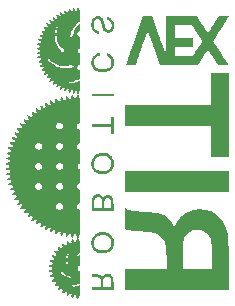
<source format=gbr>
%TF.GenerationSoftware,KiCad,Pcbnew,8.0.6*%
%TF.CreationDate,2024-10-28T22:07:04-04:00*%
%TF.ProjectId,VexQwiic,56657851-7769-4696-932e-6b696361645f,rev?*%
%TF.SameCoordinates,Original*%
%TF.FileFunction,Legend,Bot*%
%TF.FilePolarity,Positive*%
%FSLAX46Y46*%
G04 Gerber Fmt 4.6, Leading zero omitted, Abs format (unit mm)*
G04 Created by KiCad (PCBNEW 8.0.6) date 2024-10-28 22:07:04*
%MOMM*%
%LPD*%
G01*
G04 APERTURE LIST*
G04 Aperture macros list*
%AMRoundRect*
0 Rectangle with rounded corners*
0 $1 Rounding radius*
0 $2 $3 $4 $5 $6 $7 $8 $9 X,Y pos of 4 corners*
0 Add a 4 corners polygon primitive as box body*
4,1,4,$2,$3,$4,$5,$6,$7,$8,$9,$2,$3,0*
0 Add four circle primitives for the rounded corners*
1,1,$1+$1,$2,$3*
1,1,$1+$1,$4,$5*
1,1,$1+$1,$6,$7*
1,1,$1+$1,$8,$9*
0 Add four rect primitives between the rounded corners*
20,1,$1+$1,$2,$3,$4,$5,0*
20,1,$1+$1,$4,$5,$6,$7,0*
20,1,$1+$1,$6,$7,$8,$9,0*
20,1,$1+$1,$8,$9,$2,$3,0*%
G04 Aperture macros list end*
%ADD10C,0.000000*%
%ADD11C,3.200000*%
%ADD12C,1.300000*%
%ADD13R,1.676400X1.676400*%
%ADD14C,1.524000*%
%ADD15R,1.524000X1.524000*%
%ADD16RoundRect,0.101600X1.016000X1.016000X-1.016000X1.016000X-1.016000X-1.016000X1.016000X-1.016000X0*%
%ADD17C,2.235200*%
G04 APERTURE END LIST*
D10*
%TO.C,G\u002A\u002A\u002A*%
G36*
X148787500Y-100793750D02*
G01*
X148787500Y-100912500D01*
X147868750Y-100912500D01*
X146950000Y-100912500D01*
X146950000Y-100793750D01*
X146950000Y-100675000D01*
X147868750Y-100675000D01*
X148787500Y-100675000D01*
X148787500Y-100793750D01*
G37*
G36*
X158525000Y-108137500D02*
G01*
X158525000Y-109025000D01*
X154137500Y-109025000D01*
X149750000Y-109025000D01*
X149750000Y-108137500D01*
X149750000Y-107250000D01*
X154137500Y-107250000D01*
X158525000Y-107250000D01*
X158525000Y-108137500D01*
G37*
G36*
X148787500Y-103393750D02*
G01*
X148787500Y-104125000D01*
X148681250Y-104125000D01*
X148575000Y-104125000D01*
X148575000Y-103818750D01*
X148575000Y-103512500D01*
X147762500Y-103512500D01*
X146950000Y-103512500D01*
X146950000Y-103393750D01*
X146950000Y-103275000D01*
X147762500Y-103275000D01*
X148575000Y-103275000D01*
X148575000Y-102968750D01*
X148575000Y-102662500D01*
X148681250Y-102662500D01*
X148787500Y-102662500D01*
X148787500Y-103393750D01*
G37*
G36*
X158525000Y-102493750D02*
G01*
X158525000Y-106025000D01*
X157781250Y-106025000D01*
X157037500Y-106025000D01*
X157037500Y-104706250D01*
X157037500Y-103387500D01*
X153393750Y-103387500D01*
X149750000Y-103387500D01*
X149750000Y-102500022D01*
X149750000Y-101612543D01*
X153390625Y-101609397D01*
X157031250Y-101606250D01*
X157034433Y-100284375D01*
X157037615Y-98962500D01*
X157781308Y-98962500D01*
X158525000Y-98962500D01*
X158525000Y-102493750D01*
G37*
G36*
X147995721Y-105695472D02*
G01*
X148138203Y-105714817D01*
X148264507Y-105749082D01*
X148378181Y-105799684D01*
X148482775Y-105868039D01*
X148581837Y-105955561D01*
X148619340Y-105994931D01*
X148697921Y-106094788D01*
X148756505Y-106200218D01*
X148796548Y-106314977D01*
X148819506Y-106442819D01*
X148826836Y-106587500D01*
X148825678Y-106647852D01*
X148812248Y-106785322D01*
X148782606Y-106907460D01*
X148735293Y-107018022D01*
X148668856Y-107120764D01*
X148581837Y-107219440D01*
X148538991Y-107259949D01*
X148432714Y-107341063D01*
X148314999Y-107404221D01*
X148180543Y-107452500D01*
X148144419Y-107462301D01*
X148105684Y-107470499D01*
X148064347Y-107475977D01*
X148014810Y-107479251D01*
X147951477Y-107480837D01*
X147913292Y-107481028D01*
X147868750Y-107481250D01*
X147795249Y-107480942D01*
X147729784Y-107479532D01*
X147678820Y-107476499D01*
X147636759Y-107471327D01*
X147598004Y-107463500D01*
X147556958Y-107452500D01*
X147497639Y-107433675D01*
X147370919Y-107379471D01*
X147258694Y-107309085D01*
X147155664Y-107219440D01*
X147134379Y-107197534D01*
X147048006Y-107091558D01*
X146983534Y-106978446D01*
X146939042Y-106854212D01*
X146912612Y-106714873D01*
X146908577Y-106675239D01*
X146908113Y-106627208D01*
X147127060Y-106627208D01*
X147132874Y-106707627D01*
X147144782Y-106773693D01*
X147175524Y-106859908D01*
X147234068Y-106960872D01*
X147312202Y-107048704D01*
X147408134Y-107121817D01*
X147520071Y-107178623D01*
X147646218Y-107217536D01*
X147717513Y-107229029D01*
X147812707Y-107235947D01*
X147913292Y-107236283D01*
X148009430Y-107230043D01*
X148091283Y-107217234D01*
X148112049Y-107212309D01*
X148240411Y-107169373D01*
X148351204Y-107109421D01*
X148443643Y-107033398D01*
X148516944Y-106942249D01*
X148570322Y-106836919D01*
X148602992Y-106718355D01*
X148614169Y-106587500D01*
X148610795Y-106512030D01*
X148587960Y-106388054D01*
X148543878Y-106276862D01*
X148478908Y-106179068D01*
X148393406Y-106095287D01*
X148287729Y-106026131D01*
X148200183Y-105987738D01*
X148078672Y-105954559D01*
X147948041Y-105937339D01*
X147813887Y-105936066D01*
X147681805Y-105950729D01*
X147557391Y-105981317D01*
X147446238Y-106027819D01*
X147421659Y-106041651D01*
X147326956Y-106111636D01*
X147246939Y-106198564D01*
X147184907Y-106298295D01*
X147144162Y-106406688D01*
X147133781Y-106462892D01*
X147127357Y-106542331D01*
X147127060Y-106627208D01*
X146908113Y-106627208D01*
X146907159Y-106528394D01*
X146926388Y-106385420D01*
X146965159Y-106249524D01*
X147022368Y-106123913D01*
X147096909Y-106011794D01*
X147187677Y-105916376D01*
X147209854Y-105897612D01*
X147326005Y-105816919D01*
X147453610Y-105756331D01*
X147594029Y-105715429D01*
X147748623Y-105693793D01*
X147918750Y-105691004D01*
X147995721Y-105695472D01*
G37*
G36*
X147995721Y-112407972D02*
G01*
X148138203Y-112427317D01*
X148264507Y-112461582D01*
X148378181Y-112512184D01*
X148482775Y-112580539D01*
X148581837Y-112668061D01*
X148619340Y-112707431D01*
X148697921Y-112807288D01*
X148756505Y-112912718D01*
X148796548Y-113027477D01*
X148819506Y-113155319D01*
X148826836Y-113300000D01*
X148825678Y-113360352D01*
X148812248Y-113497822D01*
X148782606Y-113619960D01*
X148735293Y-113730522D01*
X148668856Y-113833264D01*
X148581837Y-113931940D01*
X148538991Y-113972449D01*
X148432714Y-114053563D01*
X148314999Y-114116721D01*
X148180543Y-114165000D01*
X148144419Y-114174801D01*
X148105684Y-114182999D01*
X148064347Y-114188477D01*
X148014810Y-114191751D01*
X147951477Y-114193337D01*
X147913292Y-114193528D01*
X147868750Y-114193750D01*
X147795249Y-114193442D01*
X147729784Y-114192032D01*
X147678820Y-114188999D01*
X147636759Y-114183827D01*
X147598004Y-114176000D01*
X147556958Y-114165000D01*
X147497639Y-114146175D01*
X147370919Y-114091971D01*
X147258694Y-114021585D01*
X147155664Y-113931940D01*
X147134379Y-113910034D01*
X147048006Y-113804058D01*
X146983534Y-113690946D01*
X146939042Y-113566712D01*
X146912612Y-113427373D01*
X146908577Y-113387739D01*
X146908113Y-113339708D01*
X147127060Y-113339708D01*
X147132874Y-113420127D01*
X147144782Y-113486193D01*
X147175524Y-113572408D01*
X147234068Y-113673372D01*
X147312202Y-113761204D01*
X147408134Y-113834317D01*
X147520071Y-113891123D01*
X147646218Y-113930036D01*
X147717513Y-113941529D01*
X147812707Y-113948447D01*
X147913292Y-113948783D01*
X148009430Y-113942543D01*
X148091283Y-113929734D01*
X148112049Y-113924809D01*
X148240411Y-113881873D01*
X148351204Y-113821921D01*
X148443643Y-113745898D01*
X148516944Y-113654749D01*
X148570322Y-113549419D01*
X148602992Y-113430855D01*
X148614169Y-113300000D01*
X148604008Y-113173176D01*
X148572273Y-113054013D01*
X148519710Y-112947980D01*
X148447082Y-112856036D01*
X148355150Y-112779140D01*
X148244677Y-112718250D01*
X148116425Y-112674324D01*
X148040998Y-112659709D01*
X147934942Y-112649907D01*
X147823140Y-112649075D01*
X147715287Y-112657214D01*
X147621076Y-112674324D01*
X147545827Y-112697529D01*
X147429964Y-112751241D01*
X147330287Y-112821737D01*
X147248374Y-112907542D01*
X147185806Y-113007184D01*
X147144162Y-113119188D01*
X147133781Y-113175392D01*
X147127357Y-113254831D01*
X147127060Y-113339708D01*
X146908113Y-113339708D01*
X146907159Y-113240894D01*
X146926388Y-113097920D01*
X146965159Y-112962024D01*
X147022368Y-112836413D01*
X147096909Y-112724294D01*
X147187677Y-112628876D01*
X147209854Y-112610112D01*
X147326005Y-112529419D01*
X147453610Y-112468831D01*
X147594029Y-112427929D01*
X147748623Y-112406293D01*
X147918750Y-112403504D01*
X147995721Y-112407972D01*
G37*
G36*
X147625000Y-97366898D02*
G01*
X147625000Y-97487024D01*
X147590625Y-97494234D01*
X147568266Y-97498978D01*
X147506489Y-97513129D01*
X147460105Y-97526143D01*
X147421953Y-97540226D01*
X147384875Y-97557581D01*
X147370959Y-97565013D01*
X147292603Y-97621749D01*
X147224579Y-97696310D01*
X147172432Y-97782818D01*
X147161475Y-97807323D01*
X147144049Y-97856618D01*
X147133748Y-97908570D01*
X147127987Y-97974312D01*
X147126470Y-98046408D01*
X147135002Y-98134113D01*
X147157807Y-98216447D01*
X147196988Y-98303435D01*
X147239994Y-98371932D01*
X147316533Y-98455100D01*
X147411455Y-98524949D01*
X147522202Y-98579690D01*
X147646218Y-98617536D01*
X147652165Y-98618813D01*
X147731151Y-98630261D01*
X147824207Y-98635987D01*
X147921894Y-98635969D01*
X148014770Y-98630183D01*
X148093392Y-98618608D01*
X148168921Y-98598577D01*
X148283643Y-98550854D01*
X148384797Y-98486570D01*
X148470242Y-98407847D01*
X148537834Y-98316805D01*
X148585430Y-98215565D01*
X148610889Y-98106250D01*
X148616047Y-98043486D01*
X148610848Y-97923811D01*
X148585359Y-97815593D01*
X148540408Y-97720356D01*
X148476821Y-97639626D01*
X148395427Y-97574927D01*
X148297053Y-97527784D01*
X148237500Y-97506633D01*
X148237500Y-97390817D01*
X148237502Y-97385062D01*
X148237880Y-97332826D01*
X148239732Y-97300449D01*
X148244208Y-97283210D01*
X148252456Y-97276389D01*
X148265625Y-97275264D01*
X148273909Y-97275825D01*
X148314097Y-97284508D01*
X148366537Y-97301465D01*
X148423711Y-97323826D01*
X148478105Y-97348719D01*
X148522202Y-97373274D01*
X148609826Y-97441700D01*
X148691273Y-97534540D01*
X148755331Y-97643393D01*
X148800284Y-97765835D01*
X148806553Y-97791641D01*
X148820306Y-97878214D01*
X148827338Y-97975332D01*
X148827529Y-98074376D01*
X148820760Y-98166723D01*
X148806910Y-98243750D01*
X148796424Y-98280209D01*
X148746176Y-98404961D01*
X148677766Y-98519604D01*
X148594662Y-98618025D01*
X148556215Y-98654116D01*
X148443521Y-98739916D01*
X148320227Y-98805486D01*
X148184533Y-98851495D01*
X148034641Y-98878610D01*
X147868750Y-98887500D01*
X147855690Y-98887449D01*
X147688110Y-98876539D01*
X147535669Y-98846325D01*
X147397175Y-98796384D01*
X147271434Y-98726295D01*
X147157254Y-98635634D01*
X147156422Y-98634859D01*
X147079196Y-98548630D01*
X147011987Y-98445819D01*
X146959106Y-98334116D01*
X146924866Y-98221211D01*
X146923701Y-98214560D01*
X146920228Y-98176993D01*
X146917946Y-98122459D01*
X146917048Y-98057209D01*
X146917725Y-97987500D01*
X146918393Y-97962423D01*
X146924758Y-97858586D01*
X146937617Y-97772131D01*
X146958527Y-97697140D01*
X146989046Y-97627689D01*
X147030730Y-97557859D01*
X147042689Y-97540637D01*
X147117859Y-97456162D01*
X147211075Y-97382543D01*
X147317460Y-97322621D01*
X147432136Y-97279237D01*
X147550228Y-97255231D01*
X147625000Y-97246771D01*
X147625000Y-97366898D01*
G37*
G36*
X146990218Y-115911550D02*
G01*
X146992828Y-115913030D01*
X147029247Y-115929203D01*
X147077343Y-115942869D01*
X147140447Y-115954663D01*
X147221889Y-115965215D01*
X147325000Y-115975160D01*
X147384490Y-115980831D01*
X147491680Y-115995284D01*
X147578524Y-116014299D01*
X147648066Y-116039109D01*
X147703349Y-116070945D01*
X147747418Y-116111040D01*
X147783316Y-116160624D01*
X147822882Y-116226599D01*
X147856034Y-116160175D01*
X147902671Y-116085061D01*
X147969787Y-116017681D01*
X148054674Y-115966761D01*
X148061790Y-115963507D01*
X148096473Y-115948992D01*
X148128132Y-115939646D01*
X148163770Y-115934344D01*
X148210392Y-115931962D01*
X148275000Y-115931374D01*
X148305119Y-115931407D01*
X148360138Y-115932371D01*
X148400303Y-115935574D01*
X148432697Y-115942247D01*
X148464405Y-115953622D01*
X148502509Y-115970930D01*
X148539893Y-115990724D01*
X148615282Y-116043878D01*
X148678906Y-116106779D01*
X148724199Y-116173429D01*
X148733306Y-116191706D01*
X148746999Y-116222226D01*
X148758182Y-116253453D01*
X148767108Y-116288087D01*
X148774028Y-116328827D01*
X148779192Y-116378371D01*
X148782854Y-116439419D01*
X148785264Y-116514669D01*
X148786674Y-116606821D01*
X148787336Y-116718574D01*
X148787500Y-116852627D01*
X148787500Y-117337500D01*
X148242268Y-117337500D01*
X147868750Y-117337500D01*
X146950000Y-117337500D01*
X146950000Y-117212500D01*
X146950000Y-117087500D01*
X147332007Y-117087500D01*
X147714014Y-117087500D01*
X147909536Y-117087500D01*
X148242268Y-117087500D01*
X148575000Y-117087500D01*
X148575000Y-116764769D01*
X148574953Y-116723646D01*
X148574117Y-116616231D01*
X148571891Y-116529674D01*
X148567830Y-116460879D01*
X148561487Y-116406754D01*
X148552416Y-116364202D01*
X148540170Y-116330130D01*
X148524304Y-116301442D01*
X148504370Y-116275045D01*
X148502808Y-116273202D01*
X148457664Y-116230487D01*
X148405095Y-116202351D01*
X148339743Y-116186777D01*
X148256250Y-116181753D01*
X148223052Y-116181938D01*
X148169481Y-116184876D01*
X148130719Y-116192076D01*
X148100000Y-116204525D01*
X148053796Y-116233917D01*
X147991209Y-116296399D01*
X147948016Y-116374357D01*
X147941026Y-116393579D01*
X147934159Y-116417541D01*
X147928847Y-116445359D01*
X147924797Y-116480557D01*
X147921713Y-116526659D01*
X147919301Y-116587188D01*
X147917266Y-116665669D01*
X147915314Y-116765625D01*
X147909536Y-117087500D01*
X147714014Y-117087500D01*
X147710132Y-116759375D01*
X147709219Y-116684441D01*
X147707984Y-116601539D01*
X147706485Y-116537903D01*
X147704419Y-116490227D01*
X147701484Y-116455202D01*
X147697378Y-116429523D01*
X147691797Y-116409882D01*
X147684438Y-116392972D01*
X147675000Y-116375484D01*
X147646667Y-116333078D01*
X147612151Y-116298929D01*
X147568345Y-116271910D01*
X147512112Y-116250847D01*
X147440317Y-116234565D01*
X147349825Y-116221890D01*
X147237500Y-116211649D01*
X147204449Y-116208992D01*
X147135554Y-116202489D01*
X147074772Y-116195506D01*
X147027717Y-116188726D01*
X147000000Y-116182829D01*
X146956250Y-116168687D01*
X146952718Y-116028275D01*
X146949185Y-115887863D01*
X146990218Y-115911550D01*
G37*
G36*
X147552086Y-109196592D02*
G01*
X147624544Y-109207435D01*
X147684448Y-109228495D01*
X147737891Y-109261972D01*
X147790966Y-109310065D01*
X147792465Y-109311609D01*
X147825076Y-109350084D01*
X147857361Y-109395859D01*
X147885344Y-109442354D01*
X147905049Y-109482991D01*
X147912500Y-109511191D01*
X147914490Y-109522910D01*
X147924638Y-109521905D01*
X147942595Y-109499174D01*
X147967478Y-109455609D01*
X148010604Y-109388516D01*
X148072364Y-109328832D01*
X148147642Y-109288837D01*
X148237885Y-109267798D01*
X148344540Y-109264984D01*
X148441301Y-109278888D01*
X148538018Y-109314439D01*
X148620741Y-109370090D01*
X148688333Y-109444825D01*
X148739655Y-109537631D01*
X148773568Y-109647491D01*
X148777639Y-109680503D01*
X148781071Y-109736882D01*
X148783817Y-109814973D01*
X148785834Y-109913137D01*
X148787076Y-110029731D01*
X148787500Y-110163116D01*
X148787500Y-110612500D01*
X148287500Y-110612500D01*
X147868750Y-110612500D01*
X147481279Y-110612500D01*
X146950000Y-110612500D01*
X146950000Y-110362500D01*
X147160440Y-110362500D01*
X147481279Y-110362500D01*
X147802117Y-110362500D01*
X148000000Y-110362500D01*
X148287500Y-110362500D01*
X148575000Y-110362500D01*
X148575000Y-110051572D01*
X148574975Y-110017320D01*
X148574390Y-109916833D01*
X148572669Y-109836970D01*
X148569343Y-109774361D01*
X148563939Y-109725635D01*
X148555985Y-109687421D01*
X148545010Y-109656348D01*
X148530542Y-109629046D01*
X148512109Y-109602145D01*
X148488101Y-109575190D01*
X148430380Y-109535846D01*
X148362003Y-109512965D01*
X148288476Y-109506713D01*
X148215310Y-109517259D01*
X148148011Y-109544769D01*
X148092088Y-109589409D01*
X148060267Y-109632050D01*
X148031950Y-109695356D01*
X148013137Y-109776457D01*
X148012958Y-109777583D01*
X148008922Y-109816220D01*
X148005404Y-109874172D01*
X148002617Y-109945984D01*
X148000777Y-110026203D01*
X148000095Y-110109375D01*
X148000000Y-110362500D01*
X147802117Y-110362500D01*
X147797611Y-110028125D01*
X147796919Y-109979417D01*
X147795260Y-109886093D01*
X147793284Y-109813186D01*
X147790774Y-109757520D01*
X147787508Y-109715920D01*
X147783266Y-109685208D01*
X147777828Y-109662210D01*
X147770974Y-109643750D01*
X147745546Y-109592998D01*
X147694649Y-109522861D01*
X147633516Y-109474502D01*
X147560114Y-109446517D01*
X147472410Y-109437500D01*
X147438684Y-109438605D01*
X147356416Y-109453777D01*
X147289337Y-109487952D01*
X147235085Y-109542658D01*
X147191297Y-109619423D01*
X147187065Y-109629937D01*
X147181229Y-109650263D01*
X147176626Y-109677023D01*
X147173049Y-109713310D01*
X147170292Y-109762219D01*
X147168149Y-109826846D01*
X147166414Y-109910283D01*
X147164881Y-110015625D01*
X147160440Y-110362500D01*
X146950000Y-110362500D01*
X146950000Y-110133877D01*
X146950072Y-110039579D01*
X146950566Y-109921272D01*
X146951776Y-109823373D01*
X146953984Y-109743156D01*
X146957471Y-109677898D01*
X146962522Y-109624873D01*
X146969417Y-109581358D01*
X146978440Y-109544629D01*
X146989872Y-109511961D01*
X147003996Y-109480629D01*
X147021094Y-109447910D01*
X147026645Y-109438039D01*
X147086654Y-109356405D01*
X147163483Y-109285597D01*
X147250000Y-109232333D01*
X147258099Y-109228508D01*
X147294569Y-109212521D01*
X147326481Y-109202354D01*
X147361224Y-109196706D01*
X147406185Y-109194272D01*
X147468750Y-109193750D01*
X147552086Y-109196592D01*
G37*
G36*
X147512205Y-94132013D02*
G01*
X147613845Y-94151854D01*
X147707065Y-94189913D01*
X147786968Y-94245646D01*
X147820459Y-94278112D01*
X147857326Y-94321883D01*
X147889749Y-94371981D01*
X147919022Y-94431479D01*
X147946437Y-94503455D01*
X147973287Y-94590983D01*
X148000865Y-94697140D01*
X148030462Y-94825000D01*
X148036699Y-94852587D01*
X148067427Y-94973505D01*
X148099163Y-95071633D01*
X148133031Y-95148808D01*
X148170156Y-95206863D01*
X148211663Y-95247633D01*
X148258678Y-95272953D01*
X148312325Y-95284659D01*
X148360092Y-95287269D01*
X148419857Y-95280822D01*
X148469772Y-95259598D01*
X148517513Y-95221222D01*
X148538104Y-95199753D01*
X148580050Y-95140800D01*
X148608162Y-95072091D01*
X148623934Y-94989150D01*
X148628859Y-94887500D01*
X148626845Y-94817607D01*
X148615893Y-94732982D01*
X148593676Y-94662622D01*
X148558237Y-94600949D01*
X148507615Y-94542386D01*
X148452503Y-94496866D01*
X148388956Y-94459509D01*
X148324930Y-94434270D01*
X148268282Y-94425000D01*
X148263004Y-94424964D01*
X148250631Y-94423035D01*
X148243090Y-94414751D01*
X148239187Y-94395449D01*
X148237723Y-94360470D01*
X148237500Y-94305152D01*
X148237500Y-94185303D01*
X148290625Y-94194169D01*
X148329027Y-94202557D01*
X148391478Y-94221073D01*
X148457337Y-94244692D01*
X148517310Y-94270009D01*
X148562105Y-94293621D01*
X148611612Y-94329688D01*
X148687158Y-94408462D01*
X148746782Y-94505268D01*
X148789950Y-94618891D01*
X148816129Y-94748116D01*
X148824783Y-94891725D01*
X148818801Y-95003304D01*
X148796143Y-95128475D01*
X148757671Y-95238631D01*
X148704516Y-95332527D01*
X148637808Y-95408920D01*
X148558681Y-95466567D01*
X148468263Y-95504224D01*
X148367689Y-95520646D01*
X148258087Y-95514592D01*
X148223849Y-95508527D01*
X148153056Y-95488480D01*
X148092309Y-95457198D01*
X148031285Y-95409919D01*
X148008301Y-95387695D01*
X147972508Y-95343042D01*
X147939539Y-95287126D01*
X147908239Y-95217234D01*
X147877456Y-95130653D01*
X147846033Y-95024672D01*
X147812817Y-94896577D01*
X147802584Y-94855248D01*
X147778740Y-94761585D01*
X147758444Y-94687328D01*
X147740406Y-94628840D01*
X147723335Y-94582481D01*
X147705941Y-94544611D01*
X147686934Y-94511592D01*
X147665024Y-94479784D01*
X147657192Y-94469702D01*
X147601384Y-94419963D01*
X147533358Y-94388023D01*
X147458067Y-94374274D01*
X147380469Y-94379106D01*
X147305517Y-94402911D01*
X147238168Y-94446079D01*
X147195754Y-94492164D01*
X147153392Y-94566682D01*
X147124091Y-94655392D01*
X147108471Y-94753963D01*
X147107149Y-94858063D01*
X147120741Y-94963360D01*
X147149866Y-95065523D01*
X147163343Y-95097773D01*
X147217038Y-95185048D01*
X147289010Y-95256121D01*
X147377623Y-95309613D01*
X147481239Y-95344150D01*
X147575000Y-95365010D01*
X147575000Y-95483946D01*
X147575000Y-95602881D01*
X147505218Y-95594162D01*
X147426730Y-95579894D01*
X147306940Y-95538938D01*
X147199697Y-95477600D01*
X147106787Y-95397538D01*
X147029996Y-95300411D01*
X146971109Y-95187879D01*
X146931913Y-95061600D01*
X146922689Y-95005717D01*
X146915340Y-94919015D01*
X146913164Y-94824015D01*
X146916079Y-94728923D01*
X146924002Y-94641946D01*
X146936851Y-94571289D01*
X146948104Y-94530991D01*
X146993935Y-94413762D01*
X147054089Y-94316189D01*
X147128188Y-94238799D01*
X147215854Y-94182120D01*
X147303237Y-94149162D01*
X147407037Y-94130934D01*
X147512205Y-94132013D01*
G37*
G36*
X149829574Y-110381838D02*
G01*
X149854621Y-110405518D01*
X149855443Y-110406762D01*
X149892588Y-110448550D01*
X149946222Y-110486457D01*
X150017280Y-110520689D01*
X150106699Y-110551452D01*
X150215416Y-110578951D01*
X150344368Y-110603392D01*
X150494490Y-110624979D01*
X150666721Y-110643920D01*
X150861995Y-110660418D01*
X151081250Y-110674680D01*
X151254107Y-110684802D01*
X151476337Y-110698793D01*
X151676700Y-110712782D01*
X151857022Y-110727028D01*
X152019129Y-110741789D01*
X152164848Y-110757323D01*
X152296005Y-110773890D01*
X152414426Y-110791746D01*
X152521937Y-110811150D01*
X152620365Y-110832362D01*
X152711536Y-110855639D01*
X152797277Y-110881239D01*
X152879413Y-110909422D01*
X152959771Y-110940444D01*
X152986600Y-110951485D01*
X153097096Y-111001124D01*
X153191666Y-111052349D01*
X153277483Y-111109856D01*
X153361717Y-111178341D01*
X153451540Y-111262500D01*
X153529563Y-111343785D01*
X153642011Y-111481945D01*
X153737260Y-111629756D01*
X153818128Y-111791807D01*
X153887432Y-111972688D01*
X153891408Y-111984363D01*
X153912315Y-112039123D01*
X153929453Y-112070952D01*
X153943547Y-112081250D01*
X153946267Y-112080690D01*
X153958347Y-112067988D01*
X153974008Y-112037047D01*
X153994146Y-111985880D01*
X154019658Y-111912500D01*
X154075684Y-111759176D01*
X154165210Y-111560286D01*
X154268041Y-111380156D01*
X154385421Y-111216678D01*
X154518597Y-111067743D01*
X154573006Y-111015278D01*
X154735820Y-110881762D01*
X154914802Y-110766985D01*
X155109395Y-110671197D01*
X155319039Y-110594649D01*
X155543177Y-110537592D01*
X155781250Y-110500277D01*
X155794382Y-110498863D01*
X155931292Y-110489387D01*
X156081029Y-110487244D01*
X156236149Y-110492057D01*
X156389207Y-110503453D01*
X156532758Y-110521056D01*
X156659356Y-110544492D01*
X156666767Y-110546191D01*
X156831293Y-110592481D01*
X157002178Y-110655428D01*
X157171619Y-110731543D01*
X157331812Y-110817334D01*
X157474954Y-110909312D01*
X157524211Y-110945964D01*
X157642051Y-111045317D01*
X157760417Y-111159948D01*
X157873866Y-111284056D01*
X157976957Y-111411840D01*
X158064248Y-111537500D01*
X158150137Y-111684883D01*
X158247818Y-111884833D01*
X158332950Y-112097223D01*
X158403096Y-112315843D01*
X158455816Y-112534486D01*
X158464082Y-112575867D01*
X158471839Y-112615254D01*
X158478908Y-112652808D01*
X158485321Y-112689749D01*
X158491110Y-112727296D01*
X158496308Y-112766668D01*
X158500945Y-112809087D01*
X158505053Y-112855770D01*
X158508666Y-112907939D01*
X158511814Y-112966812D01*
X158514530Y-113033609D01*
X158516845Y-113109551D01*
X158518791Y-113195856D01*
X158520401Y-113293744D01*
X158521706Y-113404436D01*
X158522738Y-113529151D01*
X158523529Y-113669107D01*
X158524111Y-113825527D01*
X158524516Y-113999627D01*
X158524775Y-114192630D01*
X158524922Y-114405754D01*
X158524987Y-114640218D01*
X158525002Y-114897243D01*
X158525000Y-115178049D01*
X158525000Y-117337500D01*
X154648635Y-117337500D01*
X154137500Y-117337500D01*
X149750000Y-117337500D01*
X149750000Y-116450000D01*
X149750000Y-115562624D01*
X154648635Y-115562624D01*
X155871193Y-115559437D01*
X157093750Y-115556250D01*
X157093466Y-114475000D01*
X157093425Y-114343167D01*
X157093331Y-114169606D01*
X157093161Y-114018058D01*
X157092875Y-113886747D01*
X157092434Y-113773898D01*
X157091799Y-113677733D01*
X157090928Y-113596477D01*
X157089784Y-113528354D01*
X157088326Y-113471588D01*
X157086514Y-113424402D01*
X157084310Y-113385020D01*
X157081674Y-113351667D01*
X157078565Y-113322566D01*
X157074945Y-113295941D01*
X157070774Y-113270016D01*
X157066013Y-113243016D01*
X157049833Y-113162472D01*
X157002549Y-112991802D01*
X156940879Y-112840664D01*
X156864410Y-112708140D01*
X156772726Y-112593308D01*
X156767615Y-112587877D01*
X156642615Y-112473150D01*
X156504776Y-112379639D01*
X156353738Y-112307169D01*
X156189137Y-112255565D01*
X156010611Y-112224652D01*
X155890731Y-112216335D01*
X155714777Y-112222989D01*
X155546072Y-112252346D01*
X155386204Y-112303974D01*
X155236760Y-112377442D01*
X155099329Y-112472319D01*
X155025239Y-112537730D01*
X154927900Y-112646540D01*
X154845645Y-112770304D01*
X154777466Y-112910890D01*
X154722355Y-113070167D01*
X154679301Y-113250000D01*
X154675724Y-113270441D01*
X154672452Y-113294914D01*
X154669571Y-113324464D01*
X154667045Y-113360751D01*
X154664839Y-113405437D01*
X154662918Y-113460180D01*
X154661246Y-113526641D01*
X154659789Y-113606481D01*
X154658510Y-113701359D01*
X154657375Y-113812936D01*
X154656348Y-113942872D01*
X154655394Y-114092827D01*
X154654477Y-114264462D01*
X154653562Y-114459437D01*
X154648635Y-115562624D01*
X149750000Y-115562624D01*
X149750000Y-115562500D01*
X151512500Y-115562500D01*
X153275000Y-115562500D01*
X153275000Y-114764671D01*
X153275000Y-114750040D01*
X153274764Y-114557038D01*
X153273997Y-114386766D01*
X153272528Y-114237106D01*
X153270189Y-114105942D01*
X153266810Y-113991156D01*
X153262223Y-113890630D01*
X153256259Y-113802248D01*
X153248748Y-113723893D01*
X153239523Y-113653446D01*
X153228413Y-113588791D01*
X153215250Y-113527811D01*
X153199864Y-113468388D01*
X153182088Y-113408405D01*
X153161751Y-113345745D01*
X153109945Y-113213538D01*
X153025875Y-113057009D01*
X152922659Y-112916134D01*
X152800763Y-112791265D01*
X152660652Y-112682751D01*
X152502794Y-112590942D01*
X152327654Y-112516188D01*
X152135699Y-112458839D01*
X151927394Y-112419245D01*
X151894075Y-112415121D01*
X151832802Y-112408755D01*
X151753667Y-112401395D01*
X151660619Y-112393379D01*
X151557609Y-112385043D01*
X151448586Y-112376728D01*
X151337500Y-112368769D01*
X151159551Y-112356144D01*
X150948170Y-112340124D01*
X150759379Y-112324471D01*
X150591819Y-112309001D01*
X150444131Y-112293534D01*
X150314956Y-112277887D01*
X150202935Y-112261879D01*
X150106708Y-112245327D01*
X150024916Y-112228049D01*
X149956199Y-112209864D01*
X149899199Y-112190590D01*
X149852556Y-112170045D01*
X149836598Y-112162378D01*
X149819084Y-112154291D01*
X149804089Y-112146203D01*
X149791421Y-112136328D01*
X149780883Y-112122879D01*
X149772282Y-112104072D01*
X149765423Y-112078121D01*
X149760112Y-112043240D01*
X149756154Y-111997645D01*
X149753354Y-111939548D01*
X149751519Y-111867166D01*
X149750454Y-111778712D01*
X149749964Y-111672401D01*
X149749855Y-111546447D01*
X149749932Y-111399065D01*
X149750000Y-111228469D01*
X149750000Y-110375000D01*
X149792313Y-110375000D01*
X149829574Y-110381838D01*
G37*
G36*
X156300438Y-94837500D02*
G01*
X156346838Y-94908371D01*
X156423298Y-95024890D01*
X156495140Y-95134049D01*
X156561235Y-95234149D01*
X156620455Y-95323492D01*
X156671669Y-95400381D01*
X156713750Y-95463117D01*
X156745567Y-95510002D01*
X156765992Y-95539339D01*
X156773896Y-95549430D01*
X156775631Y-95547553D01*
X156788937Y-95528960D01*
X156814243Y-95491871D01*
X156850400Y-95438017D01*
X156896261Y-95369130D01*
X156950678Y-95286944D01*
X157012503Y-95193189D01*
X157080588Y-95089597D01*
X157153785Y-94977901D01*
X157230946Y-94859832D01*
X157261458Y-94813095D01*
X157337769Y-94696327D01*
X157409952Y-94586047D01*
X157476815Y-94484064D01*
X157537171Y-94392185D01*
X157589829Y-94312217D01*
X157633600Y-94245968D01*
X157667295Y-94195245D01*
X157689723Y-94161854D01*
X157699696Y-94147605D01*
X157703307Y-94143679D01*
X157711120Y-94138267D01*
X157723509Y-94134027D01*
X157743025Y-94130849D01*
X157772222Y-94128621D01*
X157813653Y-94127231D01*
X157869871Y-94126569D01*
X157943428Y-94126521D01*
X158036879Y-94126978D01*
X158152774Y-94127828D01*
X158586798Y-94131250D01*
X157900364Y-95180475D01*
X157839704Y-95273294D01*
X157746551Y-95416232D01*
X157658080Y-95552468D01*
X157575196Y-95680584D01*
X157498804Y-95799162D01*
X157429811Y-95906783D01*
X157369123Y-96002028D01*
X157317644Y-96083480D01*
X157276281Y-96149719D01*
X157245939Y-96199326D01*
X157227525Y-96230885D01*
X157221944Y-96242975D01*
X157222563Y-96243955D01*
X157233406Y-96260661D01*
X157256765Y-96296474D01*
X157291676Y-96349919D01*
X157337176Y-96419524D01*
X157392301Y-96503817D01*
X157456089Y-96601323D01*
X157527574Y-96710572D01*
X157605795Y-96830088D01*
X157689786Y-96958401D01*
X157778586Y-97094036D01*
X157871229Y-97235521D01*
X157893651Y-97269763D01*
X157985245Y-97409713D01*
X158072618Y-97543317D01*
X158154821Y-97669117D01*
X158230906Y-97785659D01*
X158299923Y-97891486D01*
X158360925Y-97985142D01*
X158412963Y-98065171D01*
X158455088Y-98130117D01*
X158486351Y-98178524D01*
X158505805Y-98208936D01*
X158512500Y-98219896D01*
X158502753Y-98220961D01*
X158470666Y-98222052D01*
X158418931Y-98223012D01*
X158350366Y-98223810D01*
X158267789Y-98224413D01*
X158174020Y-98224790D01*
X158071875Y-98224908D01*
X157631250Y-98224815D01*
X157201403Y-97568658D01*
X157185866Y-97544944D01*
X157111213Y-97431069D01*
X157040926Y-97323970D01*
X156976170Y-97225413D01*
X156918111Y-97137169D01*
X156867914Y-97061003D01*
X156826743Y-96998686D01*
X156795765Y-96951984D01*
X156776143Y-96922666D01*
X156769043Y-96912500D01*
X156768680Y-96912918D01*
X156758993Y-96927068D01*
X156737035Y-96960028D01*
X156703970Y-97010027D01*
X156660962Y-97075296D01*
X156609174Y-97154065D01*
X156549770Y-97244565D01*
X156483914Y-97345025D01*
X156412770Y-97453677D01*
X156337500Y-97568750D01*
X155908471Y-98225000D01*
X155489756Y-98225000D01*
X154319398Y-98225000D01*
X152730325Y-98225000D01*
X152213659Y-96790625D01*
X152160238Y-96642368D01*
X152096433Y-96465426D01*
X152035303Y-96296049D01*
X151977373Y-96135686D01*
X151923171Y-95985789D01*
X151873221Y-95847809D01*
X151828049Y-95723197D01*
X151788183Y-95613403D01*
X151754148Y-95519879D01*
X151726470Y-95444076D01*
X151705675Y-95387445D01*
X151692289Y-95351436D01*
X151686838Y-95337500D01*
X151685759Y-95335529D01*
X151676926Y-95325022D01*
X151669740Y-95337500D01*
X151667942Y-95342523D01*
X151658522Y-95369063D01*
X151641591Y-95416860D01*
X151617673Y-95484431D01*
X151587294Y-95570290D01*
X151550978Y-95672956D01*
X151509250Y-95790942D01*
X151462636Y-95922766D01*
X151411659Y-96066942D01*
X151356844Y-96221988D01*
X151298717Y-96386419D01*
X151237802Y-96558751D01*
X151174625Y-96737500D01*
X151141132Y-96832258D01*
X151078686Y-97008888D01*
X151018593Y-97178811D01*
X150961396Y-97340494D01*
X150907637Y-97492405D01*
X150857859Y-97633010D01*
X150812606Y-97760775D01*
X150772422Y-97874168D01*
X150737848Y-97971655D01*
X150709429Y-98051702D01*
X150687707Y-98112777D01*
X150673226Y-98153346D01*
X150666528Y-98171875D01*
X150646604Y-98225000D01*
X150248302Y-98225000D01*
X150193195Y-98224910D01*
X150100709Y-98224329D01*
X150018423Y-98223268D01*
X149949297Y-98221798D01*
X149896292Y-98219987D01*
X149862367Y-98217907D01*
X149850481Y-98215625D01*
X149850802Y-98214485D01*
X149857154Y-98195697D01*
X149871318Y-98154881D01*
X149892866Y-98093243D01*
X149921373Y-98011989D01*
X149956414Y-97912327D01*
X149997562Y-97795464D01*
X150044393Y-97662605D01*
X150096480Y-97514959D01*
X150153398Y-97353732D01*
X150214720Y-97180131D01*
X150280022Y-96995362D01*
X150348877Y-96800633D01*
X150420860Y-96597150D01*
X150495546Y-96386120D01*
X150572507Y-96168750D01*
X151294053Y-94131250D01*
X151673971Y-94131250D01*
X152053888Y-94131250D01*
X152642850Y-95764864D01*
X152691025Y-95898434D01*
X152759594Y-96088360D01*
X152825582Y-96270915D01*
X152888498Y-96444754D01*
X152947852Y-96608530D01*
X153003155Y-96760897D01*
X153053916Y-96900509D01*
X153099645Y-97026019D01*
X153139853Y-97136082D01*
X153174048Y-97229352D01*
X153201741Y-97304482D01*
X153222442Y-97360126D01*
X153235660Y-97394938D01*
X153240906Y-97407573D01*
X153241287Y-97406516D01*
X153242383Y-97387201D01*
X153243438Y-97344826D01*
X153244443Y-97280839D01*
X153245390Y-97196689D01*
X153246272Y-97093823D01*
X153247080Y-96973688D01*
X153247807Y-96837732D01*
X153248443Y-96687403D01*
X153248983Y-96524149D01*
X153249416Y-96349417D01*
X153249735Y-96164656D01*
X153249933Y-95971312D01*
X153250000Y-95770834D01*
X153250000Y-95431250D01*
X154025000Y-95431250D01*
X154025000Y-95975000D01*
X154756250Y-95975000D01*
X155487500Y-95975000D01*
X155487500Y-96343750D01*
X155487500Y-96712500D01*
X154756250Y-96712500D01*
X154025000Y-96712500D01*
X154025000Y-97087500D01*
X154025000Y-97462500D01*
X154755381Y-97462500D01*
X154766970Y-97462501D01*
X154918615Y-97462520D01*
X155047292Y-97462620D01*
X155154898Y-97462865D01*
X155243334Y-97463320D01*
X155314496Y-97464050D01*
X155370283Y-97465119D01*
X155412594Y-97466592D01*
X155443327Y-97468534D01*
X155464379Y-97471010D01*
X155477650Y-97474084D01*
X155485038Y-97477820D01*
X155488440Y-97482285D01*
X155489756Y-97487542D01*
X155496409Y-97484346D01*
X155515960Y-97460860D01*
X155548424Y-97416611D01*
X155593852Y-97351524D01*
X155652297Y-97265523D01*
X155723811Y-97158532D01*
X155808444Y-97030476D01*
X155906250Y-96881280D01*
X155906861Y-96880346D01*
X155980646Y-96767134D01*
X156050148Y-96659939D01*
X156114187Y-96560622D01*
X156171580Y-96471040D01*
X156221147Y-96393053D01*
X156261705Y-96328520D01*
X156292073Y-96279299D01*
X156311069Y-96247249D01*
X156317513Y-96234230D01*
X156317024Y-96232866D01*
X156306840Y-96214946D01*
X156284355Y-96178409D01*
X156250730Y-96125062D01*
X156207126Y-96056711D01*
X156154702Y-95975162D01*
X156094619Y-95882221D01*
X156028036Y-95779694D01*
X155956114Y-95669388D01*
X155880013Y-95553108D01*
X155443750Y-94887732D01*
X154734375Y-94887616D01*
X154025000Y-94887500D01*
X154025000Y-95431250D01*
X153250000Y-95431250D01*
X153250000Y-94125000D01*
X154542168Y-94125000D01*
X155834336Y-94125000D01*
X156300438Y-94837500D01*
G37*
G36*
X145743462Y-112927666D02*
G01*
X145773403Y-112944493D01*
X145804846Y-112977803D01*
X145834231Y-113022617D01*
X145857999Y-113073954D01*
X145872590Y-113126835D01*
X145876498Y-113148316D01*
X145884881Y-113171494D01*
X145901677Y-113181322D01*
X145934658Y-113185094D01*
X145987500Y-113188938D01*
X145987500Y-113656648D01*
X145987500Y-114124358D01*
X145946875Y-114145160D01*
X145941220Y-114148526D01*
X145915941Y-114167902D01*
X145880747Y-114198571D01*
X145839188Y-114237016D01*
X145794814Y-114279723D01*
X145751177Y-114323177D01*
X145711825Y-114363862D01*
X145680309Y-114398264D01*
X145660180Y-114422866D01*
X145654989Y-114434155D01*
X145667849Y-114435499D01*
X145698747Y-114432493D01*
X145740244Y-114425537D01*
X145758984Y-114421658D01*
X145795069Y-114411428D01*
X145825535Y-114396204D01*
X145857979Y-114371595D01*
X145900000Y-114333210D01*
X145981250Y-114256250D01*
X145984519Y-114761315D01*
X145984781Y-114803786D01*
X145985321Y-114910837D01*
X145985646Y-115008837D01*
X145985758Y-115095128D01*
X145985659Y-115167054D01*
X145985352Y-115221954D01*
X145984838Y-115257172D01*
X145984119Y-115270049D01*
X145982756Y-115270558D01*
X145963829Y-115272636D01*
X145927787Y-115274692D01*
X145880850Y-115276348D01*
X145869578Y-115276719D01*
X145821984Y-115279939D01*
X145784921Y-115285013D01*
X145765625Y-115291020D01*
X145763124Y-115293902D01*
X145757105Y-115313234D01*
X145753035Y-115350519D01*
X145750728Y-115408094D01*
X145750000Y-115488293D01*
X145750159Y-115546893D01*
X145751422Y-115606358D01*
X145754885Y-115647089D01*
X145761636Y-115672677D01*
X145772763Y-115686712D01*
X145789355Y-115692784D01*
X145812500Y-115694484D01*
X145829860Y-115694977D01*
X145869856Y-115696197D01*
X145915625Y-115697656D01*
X145987500Y-115700000D01*
X145987500Y-116192686D01*
X145987500Y-116685371D01*
X145928125Y-116728616D01*
X145879354Y-116761647D01*
X145769919Y-116820006D01*
X145646280Y-116865911D01*
X145505456Y-116900360D01*
X145344469Y-116924353D01*
X145308780Y-116928466D01*
X145262184Y-116934377D01*
X145229457Y-116939223D01*
X145216097Y-116942237D01*
X145216722Y-116943457D01*
X145232163Y-116952415D01*
X145263913Y-116967467D01*
X145306859Y-116986143D01*
X145348666Y-117003322D01*
X145384583Y-117015442D01*
X145415512Y-117020111D01*
X145451166Y-117018637D01*
X145501252Y-117012329D01*
X145561171Y-117002140D01*
X145669761Y-116974945D01*
X145776400Y-116938249D01*
X145873413Y-116894850D01*
X145953125Y-116847546D01*
X145987500Y-116823298D01*
X145987500Y-117304681D01*
X145987500Y-117786063D01*
X145934525Y-117789907D01*
X145921098Y-117790991D01*
X145893817Y-117796353D01*
X145880818Y-117809740D01*
X145874033Y-117837500D01*
X145868189Y-117864310D01*
X145848720Y-117920271D01*
X145822246Y-117971441D01*
X145792028Y-118012952D01*
X145761324Y-118039937D01*
X145733393Y-118047527D01*
X145714105Y-118037722D01*
X145689395Y-118007049D01*
X145667260Y-117961132D01*
X145650205Y-117905432D01*
X145640733Y-117845411D01*
X145634252Y-117764673D01*
X145589001Y-117756909D01*
X145587713Y-117756688D01*
X145546487Y-117749350D01*
X145510309Y-117742535D01*
X145500523Y-117740952D01*
X145482565Y-117743363D01*
X145468325Y-117758895D01*
X145451729Y-117792754D01*
X145420087Y-117853173D01*
X145383000Y-117905372D01*
X145344520Y-117944417D01*
X145308033Y-117966886D01*
X145276923Y-117969361D01*
X145264756Y-117961800D01*
X145244962Y-117932224D01*
X145229408Y-117887682D01*
X145219541Y-117834598D01*
X145216807Y-117779395D01*
X145222655Y-117728495D01*
X145234677Y-117675740D01*
X145166870Y-117650370D01*
X145165658Y-117649923D01*
X145150222Y-117644234D01*
X145106996Y-117630261D01*
X145080128Y-117626765D01*
X145064705Y-117633790D01*
X145055812Y-117651382D01*
X145051802Y-117661668D01*
X145028464Y-117698328D01*
X144993577Y-117736389D01*
X144952500Y-117771607D01*
X144910590Y-117799739D01*
X144873206Y-117816541D01*
X144845705Y-117817771D01*
X144835204Y-117809655D01*
X144821314Y-117779702D01*
X144813623Y-117735057D01*
X144812496Y-117681884D01*
X144818295Y-117626351D01*
X144831384Y-117574622D01*
X144836890Y-117558455D01*
X144845205Y-117530519D01*
X144847009Y-117518127D01*
X144837916Y-117512301D01*
X144812563Y-117497013D01*
X144777216Y-117476115D01*
X144710682Y-117437077D01*
X144654961Y-117494410D01*
X144649284Y-117500133D01*
X144597792Y-117543370D01*
X144544133Y-117575367D01*
X144494099Y-117593257D01*
X144453481Y-117594172D01*
X144448506Y-117592886D01*
X144433564Y-117586673D01*
X144426388Y-117574359D01*
X144425167Y-117549679D01*
X144428090Y-117506371D01*
X144437679Y-117444614D01*
X144467249Y-117367951D01*
X144479878Y-117344706D01*
X144494361Y-117315759D01*
X144500000Y-117300995D01*
X144492421Y-117291252D01*
X144469656Y-117270714D01*
X144437010Y-117244601D01*
X144374020Y-117196564D01*
X144346385Y-117222125D01*
X144340306Y-117227521D01*
X144298017Y-117257162D01*
X144248027Y-117282533D01*
X144196096Y-117301806D01*
X144147983Y-117313151D01*
X144109448Y-117314740D01*
X144086249Y-117304743D01*
X144079544Y-117289891D01*
X144079258Y-117252946D01*
X144090412Y-117205519D01*
X144110916Y-117153603D01*
X144138675Y-117103192D01*
X144171598Y-117060280D01*
X144202945Y-117026809D01*
X144149657Y-116964945D01*
X144096369Y-116903082D01*
X144038516Y-116933097D01*
X144018994Y-116942546D01*
X143961629Y-116963484D01*
X143905836Y-116975207D01*
X143855965Y-116977755D01*
X143816365Y-116971168D01*
X143791385Y-116955486D01*
X143785375Y-116930751D01*
X143792451Y-116904206D01*
X143818035Y-116849811D01*
X143855101Y-116795431D01*
X143897859Y-116750353D01*
X143952181Y-116703920D01*
X143911393Y-116636335D01*
X143891771Y-116603918D01*
X143875137Y-116576647D01*
X143867623Y-116564613D01*
X143859891Y-116565123D01*
X143838907Y-116574248D01*
X143835093Y-116576224D01*
X143787589Y-116593499D01*
X143732403Y-116603632D01*
X143675871Y-116606645D01*
X143624326Y-116602563D01*
X143584105Y-116591410D01*
X143561542Y-116573209D01*
X143558116Y-116556882D01*
X143568232Y-116522673D01*
X143594853Y-116481796D01*
X143634881Y-116437960D01*
X143685217Y-116394875D01*
X143742763Y-116356250D01*
X143753342Y-116348315D01*
X143757025Y-116336076D01*
X143751971Y-116313819D01*
X143737781Y-116275000D01*
X143711424Y-116206250D01*
X143596337Y-116206250D01*
X143587002Y-116206214D01*
X143507999Y-116201860D01*
X143451686Y-116189988D01*
X143416898Y-116170212D01*
X143402471Y-116142147D01*
X143402678Y-116134986D01*
X143416375Y-116107320D01*
X143445846Y-116074629D01*
X143485998Y-116041316D01*
X143531737Y-116011785D01*
X143577969Y-115990439D01*
X143639496Y-115968750D01*
X143631104Y-115901166D01*
X143627508Y-115874387D01*
X143621856Y-115839321D01*
X143617440Y-115819916D01*
X143606626Y-115813380D01*
X143576925Y-115806969D01*
X143535923Y-115803396D01*
X143480636Y-115797266D01*
X143392340Y-115769713D01*
X143381285Y-115764557D01*
X143346634Y-115745548D01*
X143329563Y-115728443D01*
X143325000Y-115708642D01*
X143334426Y-115683650D01*
X143362731Y-115653740D01*
X143404202Y-115624469D01*
X143453037Y-115599288D01*
X143503437Y-115581648D01*
X143527900Y-115578125D01*
X144276883Y-115578125D01*
X144276967Y-115578320D01*
X144279633Y-115592892D01*
X144284476Y-115625218D01*
X144290511Y-115668750D01*
X144296814Y-115711293D01*
X144306091Y-115752837D01*
X144320062Y-115787850D01*
X144341981Y-115822377D01*
X144375104Y-115862459D01*
X144422686Y-115914140D01*
X144438544Y-115930796D01*
X144542445Y-116028032D01*
X144648783Y-116105333D01*
X144763803Y-116166701D01*
X144893750Y-116216142D01*
X144918908Y-116223785D01*
X144972183Y-116238007D01*
X145029045Y-116251265D01*
X145083944Y-116262465D01*
X145131332Y-116270515D01*
X145165658Y-116274322D01*
X145181375Y-116272793D01*
X145181511Y-116272572D01*
X145175110Y-116260676D01*
X145155779Y-116235948D01*
X145127434Y-116203427D01*
X145097625Y-116172157D01*
X145068350Y-116148551D01*
X145036882Y-116134464D01*
X144993750Y-116124290D01*
X144912468Y-116103282D01*
X144873408Y-116087092D01*
X144789754Y-116052419D01*
X144669442Y-115980448D01*
X144554631Y-115889617D01*
X144448422Y-115782173D01*
X144353913Y-115660363D01*
X144344670Y-115647020D01*
X144317716Y-115610272D01*
X144296613Y-115584634D01*
X144285294Y-115575000D01*
X144284114Y-115575022D01*
X144276883Y-115578125D01*
X143527900Y-115578125D01*
X143549599Y-115575000D01*
X143587500Y-115575000D01*
X143587500Y-115487500D01*
X143587454Y-115467331D01*
X143586309Y-115429718D01*
X143582218Y-115409584D01*
X143573337Y-115401490D01*
X143557822Y-115400000D01*
X143553646Y-115399928D01*
X143508173Y-115392306D01*
X143457946Y-115374464D01*
X143408754Y-115349710D01*
X143366385Y-115321352D01*
X143336627Y-115292701D01*
X143325267Y-115267063D01*
X143333273Y-115243557D01*
X143355923Y-115220115D01*
X143371540Y-115211561D01*
X143416360Y-115194104D01*
X143471120Y-115178327D01*
X143525865Y-115166902D01*
X143570639Y-115162500D01*
X143585961Y-115162314D01*
X143605960Y-115158838D01*
X143617649Y-115146728D01*
X143624754Y-115120582D01*
X143630999Y-115075000D01*
X143639496Y-115006250D01*
X143577911Y-114984541D01*
X143558392Y-114976326D01*
X143516178Y-114952027D01*
X143473680Y-114920919D01*
X143436449Y-114887707D01*
X143410038Y-114857096D01*
X143400000Y-114833790D01*
X143400260Y-114828859D01*
X143414205Y-114802188D01*
X143426857Y-114795549D01*
X144754431Y-114795549D01*
X144757685Y-114843750D01*
X144765974Y-114890418D01*
X144779564Y-114951745D01*
X144796062Y-115016202D01*
X144814075Y-115079199D01*
X144832209Y-115136151D01*
X144849071Y-115182468D01*
X144863269Y-115213562D01*
X144873408Y-115224846D01*
X144873476Y-115224842D01*
X144881154Y-115213535D01*
X144893603Y-115184635D01*
X144908159Y-115144309D01*
X144910169Y-115138287D01*
X144923273Y-115095801D01*
X144928280Y-115066444D01*
X144925744Y-115040960D01*
X144916223Y-115010089D01*
X144906661Y-114980922D01*
X144878077Y-114844959D01*
X144873260Y-114701602D01*
X144892220Y-114550784D01*
X144934962Y-114392438D01*
X145001494Y-114226497D01*
X145012962Y-114201551D01*
X145031983Y-114159539D01*
X145045107Y-114129668D01*
X145050000Y-114117196D01*
X145048446Y-114117515D01*
X145032426Y-114127417D01*
X145002750Y-114147828D01*
X144964014Y-114175626D01*
X144921677Y-114208107D01*
X144888811Y-114239369D01*
X144864904Y-114272678D01*
X144843285Y-114315780D01*
X144825836Y-114358366D01*
X144803393Y-114421729D01*
X144785663Y-114480973D01*
X144777514Y-114518558D01*
X144767571Y-114584327D01*
X144759995Y-114657784D01*
X144755408Y-114730876D01*
X144754431Y-114795549D01*
X143426857Y-114795549D01*
X143449922Y-114783446D01*
X143508135Y-114772383D01*
X143589570Y-114768750D01*
X143711433Y-114768750D01*
X143738582Y-114694289D01*
X143749852Y-114659570D01*
X143756135Y-114628817D01*
X143753312Y-114615688D01*
X143731504Y-114606649D01*
X143687189Y-114579353D01*
X143644095Y-114543136D01*
X143606176Y-114502497D01*
X143577385Y-114461938D01*
X143561677Y-114425958D01*
X143563005Y-114399058D01*
X143564103Y-114397162D01*
X143590033Y-114377617D01*
X143634975Y-114367506D01*
X143695060Y-114366891D01*
X143766418Y-114375838D01*
X143845179Y-114394409D01*
X143852513Y-114395900D01*
X143869147Y-114391925D01*
X143887246Y-114373692D01*
X143911561Y-114337097D01*
X143951514Y-114272165D01*
X143893648Y-114216720D01*
X143868921Y-114190216D01*
X143832527Y-114142314D01*
X143805872Y-114096716D01*
X143790720Y-114062732D01*
X143783496Y-114039076D01*
X143785952Y-114023520D01*
X143797356Y-114008488D01*
X143801512Y-114004151D01*
X143819140Y-113992759D01*
X143844848Y-113989456D01*
X143886821Y-113992806D01*
X143918672Y-113998414D01*
X143975227Y-114013809D01*
X144027706Y-114033471D01*
X144063276Y-114048627D01*
X144091504Y-114058976D01*
X144103385Y-114061007D01*
X144108881Y-114054257D01*
X144127506Y-114033404D01*
X144154192Y-114004439D01*
X144202134Y-113953012D01*
X144157891Y-113895051D01*
X144127663Y-113848552D01*
X144102628Y-113796840D01*
X144085488Y-113746898D01*
X144078379Y-113704970D01*
X144083435Y-113677303D01*
X144089362Y-113670535D01*
X144118900Y-113659342D01*
X144161881Y-113661205D01*
X144213187Y-113674920D01*
X144267701Y-113699282D01*
X144320305Y-113733085D01*
X144377008Y-113776367D01*
X144435379Y-113729609D01*
X144461834Y-113708444D01*
X144487126Y-113688279D01*
X144498896Y-113678988D01*
X144497596Y-113670750D01*
X144487041Y-113645969D01*
X144469218Y-113611142D01*
X144459678Y-113591992D01*
X144440322Y-113539154D01*
X144428591Y-113485323D01*
X144425097Y-113436465D01*
X144430452Y-113398552D01*
X144445268Y-113377550D01*
X144455817Y-113374453D01*
X144490204Y-113378123D01*
X144534346Y-113394034D01*
X144582074Y-113419151D01*
X144627216Y-113450442D01*
X144663602Y-113484873D01*
X144707548Y-113536214D01*
X144775649Y-113497717D01*
X144807973Y-113479277D01*
X144835916Y-113462960D01*
X144848440Y-113455129D01*
X144848943Y-113452026D01*
X144844157Y-113431866D01*
X144832815Y-113400266D01*
X144831494Y-113396838D01*
X144820015Y-113351805D01*
X144813932Y-113298357D01*
X144813370Y-113244671D01*
X144818453Y-113198925D01*
X144829306Y-113169296D01*
X144831089Y-113166947D01*
X144851351Y-113152853D01*
X144882163Y-113155363D01*
X144889275Y-113157924D01*
X144919709Y-113176825D01*
X144958130Y-113208089D01*
X144998709Y-113246336D01*
X145035616Y-113286187D01*
X145063021Y-113322262D01*
X145081250Y-113350773D01*
X145159330Y-113324255D01*
X145171757Y-113320011D01*
X145208137Y-113306463D01*
X145226534Y-113295404D01*
X145231623Y-113282769D01*
X145228080Y-113264493D01*
X145223980Y-113246854D01*
X145219012Y-113194828D01*
X145221674Y-113139667D01*
X145230765Y-113086988D01*
X145245086Y-113042406D01*
X145263435Y-113011538D01*
X145284613Y-113000000D01*
X145304375Y-113004619D01*
X145340166Y-113027297D01*
X145378374Y-113064450D01*
X145414148Y-113111097D01*
X145442633Y-113162252D01*
X145446946Y-113171734D01*
X145467089Y-113210679D01*
X145483144Y-113229786D01*
X145497820Y-113232505D01*
X145505644Y-113230556D01*
X145537144Y-113224481D01*
X145576747Y-113218250D01*
X145634743Y-113210075D01*
X145639720Y-113131910D01*
X145647646Y-113078030D01*
X145663295Y-113024177D01*
X145683969Y-112977039D01*
X145707016Y-112942655D01*
X145729781Y-112927061D01*
X145743462Y-112927666D01*
G37*
G36*
X145788663Y-93377769D02*
G01*
X145808196Y-93397626D01*
X145831031Y-93431216D01*
X145853458Y-93472100D01*
X145871762Y-93513840D01*
X145882234Y-93550000D01*
X145885876Y-93570907D01*
X145894081Y-93608072D01*
X145904059Y-93627991D01*
X145919624Y-93636015D01*
X145944593Y-93637500D01*
X145987500Y-93637500D01*
X145987500Y-94093370D01*
X145987500Y-94549239D01*
X145890625Y-94614409D01*
X145724899Y-94739198D01*
X145570024Y-94885469D01*
X145434719Y-95046873D01*
X145319578Y-95222501D01*
X145225194Y-95411443D01*
X145152160Y-95612787D01*
X145101069Y-95825625D01*
X145094509Y-95862751D01*
X145087301Y-95907781D01*
X145083332Y-95938585D01*
X145083337Y-95950000D01*
X145086059Y-95948822D01*
X145105043Y-95937375D01*
X145137547Y-95916352D01*
X145178551Y-95888971D01*
X145189194Y-95881827D01*
X145238411Y-95850021D01*
X145284782Y-95821752D01*
X145319497Y-95802430D01*
X145370243Y-95776919D01*
X145385739Y-95660335D01*
X145401402Y-95568113D01*
X145449813Y-95395587D01*
X145521869Y-95230194D01*
X145617008Y-95073365D01*
X145633184Y-95051448D01*
X145683461Y-94991351D01*
X145744439Y-94926270D01*
X145809772Y-94862510D01*
X145873116Y-94806376D01*
X145928125Y-94764174D01*
X145987500Y-94723799D01*
X145987500Y-95055650D01*
X145987500Y-95387500D01*
X145949503Y-95387500D01*
X145943432Y-95387757D01*
X145904881Y-95395696D01*
X145865128Y-95411284D01*
X145810905Y-95447288D01*
X145762082Y-95503232D01*
X145733989Y-95568445D01*
X145727449Y-95639227D01*
X145743289Y-95711877D01*
X145782332Y-95782696D01*
X145815488Y-95814819D01*
X145862358Y-95844720D01*
X145912559Y-95866547D01*
X145956114Y-95875000D01*
X145987500Y-95875000D01*
X145987500Y-96374475D01*
X145987500Y-96873949D01*
X145890625Y-96877600D01*
X145793750Y-96881250D01*
X145793750Y-97056250D01*
X145793750Y-97231250D01*
X145890625Y-97234901D01*
X145987500Y-97238552D01*
X145987500Y-97736380D01*
X145987500Y-98234209D01*
X145937852Y-98240868D01*
X145872151Y-98260126D01*
X145813042Y-98298986D01*
X145767086Y-98352450D01*
X145737180Y-98415979D01*
X145726224Y-98485037D01*
X145737116Y-98555086D01*
X145746920Y-98579474D01*
X145783926Y-98636002D01*
X145833992Y-98682273D01*
X145891167Y-98713525D01*
X145949503Y-98725000D01*
X145987500Y-98725000D01*
X145987391Y-99046875D01*
X145987282Y-99368750D01*
X145915516Y-99414766D01*
X145864664Y-99445411D01*
X145749636Y-99504645D01*
X145618599Y-99561286D01*
X145477489Y-99613062D01*
X145332239Y-99657704D01*
X145188782Y-99692938D01*
X145136860Y-99704252D01*
X145089368Y-99715278D01*
X145056158Y-99723773D01*
X145042336Y-99728498D01*
X145042371Y-99729636D01*
X145055978Y-99737129D01*
X145086066Y-99748580D01*
X145126619Y-99762125D01*
X145171626Y-99775902D01*
X145215071Y-99788048D01*
X145250941Y-99796702D01*
X145273221Y-99800000D01*
X145303943Y-99796718D01*
X145354237Y-99786880D01*
X145416736Y-99771983D01*
X145485504Y-99753540D01*
X145554604Y-99733065D01*
X145618100Y-99712072D01*
X145659985Y-99696347D01*
X145720455Y-99671530D01*
X145784692Y-99643395D01*
X145847295Y-99614452D01*
X145902866Y-99587211D01*
X145946004Y-99564183D01*
X145971309Y-99547877D01*
X145973440Y-99546967D01*
X145977318Y-99551892D01*
X145980447Y-99567735D01*
X145982899Y-99596508D01*
X145984746Y-99640222D01*
X145986058Y-99700888D01*
X145986907Y-99780519D01*
X145987364Y-99881126D01*
X145987500Y-100004720D01*
X145987500Y-100475000D01*
X145944593Y-100475000D01*
X145933227Y-100475153D01*
X145912480Y-100478612D01*
X145899609Y-100490754D01*
X145890799Y-100516933D01*
X145882234Y-100562500D01*
X145878471Y-100578660D01*
X145863662Y-100618734D01*
X145842703Y-100661070D01*
X145819333Y-100699254D01*
X145797289Y-100726870D01*
X145780306Y-100737500D01*
X145770630Y-100733276D01*
X145751777Y-100710154D01*
X145731626Y-100672008D01*
X145712713Y-100624701D01*
X145697578Y-100574092D01*
X145688756Y-100526043D01*
X145681250Y-100456250D01*
X145614307Y-100449529D01*
X145585581Y-100447029D01*
X145558918Y-100447660D01*
X145544869Y-100455355D01*
X145536182Y-100472218D01*
X145529121Y-100493546D01*
X145525000Y-100513812D01*
X145524020Y-100522999D01*
X145512449Y-100555318D01*
X145491164Y-100593458D01*
X145464357Y-100631789D01*
X145436216Y-100664679D01*
X145410932Y-100686498D01*
X145392694Y-100691616D01*
X145390697Y-100690755D01*
X145368948Y-100668246D01*
X145351077Y-100626163D01*
X145338632Y-100569412D01*
X145333161Y-100502902D01*
X145331250Y-100412053D01*
X145287500Y-100399846D01*
X145252323Y-100391260D01*
X145213451Y-100388119D01*
X145189046Y-100398021D01*
X145174433Y-100421875D01*
X145156944Y-100464810D01*
X145129680Y-100512669D01*
X145090353Y-100563081D01*
X145086475Y-100567554D01*
X145051054Y-100601182D01*
X145023540Y-100611560D01*
X145002754Y-100598682D01*
X144987511Y-100562540D01*
X144984048Y-100547769D01*
X144976739Y-100496830D01*
X144973502Y-100440648D01*
X144974665Y-100389132D01*
X144980555Y-100352190D01*
X144982661Y-100341586D01*
X144977159Y-100329091D01*
X144956925Y-100317806D01*
X144917193Y-100304115D01*
X144909856Y-100301828D01*
X144870714Y-100291296D01*
X144849176Y-100289939D01*
X144840472Y-100297337D01*
X144832944Y-100314102D01*
X144809067Y-100352381D01*
X144776587Y-100395724D01*
X144746023Y-100431131D01*
X144741494Y-100436378D01*
X144709775Y-100466588D01*
X144675918Y-100488646D01*
X144649634Y-100491468D01*
X144632310Y-100471516D01*
X144622010Y-100427940D01*
X144620661Y-100411498D01*
X144621294Y-100364061D01*
X144625996Y-100309900D01*
X144633669Y-100259586D01*
X144643216Y-100223690D01*
X144643295Y-100223492D01*
X144642046Y-100209024D01*
X144623974Y-100193978D01*
X144585444Y-100175308D01*
X144519606Y-100146985D01*
X144500428Y-100175858D01*
X144484753Y-100196126D01*
X144455976Y-100228952D01*
X144422266Y-100264530D01*
X144380123Y-100302459D01*
X144339174Y-100328269D01*
X144307043Y-100335684D01*
X144286350Y-100323567D01*
X144282268Y-100315867D01*
X144274957Y-100280103D01*
X144278290Y-100228394D01*
X144292526Y-100158642D01*
X144317926Y-100068750D01*
X144318792Y-100065553D01*
X144317083Y-100048845D01*
X144300713Y-100032171D01*
X144265422Y-100010831D01*
X144205201Y-99977911D01*
X144148547Y-100037581D01*
X144122963Y-100062457D01*
X144077128Y-100099168D01*
X144032028Y-100127178D01*
X143993111Y-100143303D01*
X143965826Y-100144358D01*
X143958568Y-100137669D01*
X143951646Y-100110633D01*
X143952149Y-100069556D01*
X143959376Y-100020536D01*
X143972628Y-99969672D01*
X143991206Y-99923063D01*
X144022099Y-99860638D01*
X143964709Y-99818990D01*
X143907319Y-99777342D01*
X143847059Y-99831522D01*
X143825356Y-99849651D01*
X143776944Y-99882609D01*
X143728573Y-99907331D01*
X143686385Y-99920947D01*
X143656524Y-99920585D01*
X143647312Y-99914347D01*
X143641926Y-99895662D01*
X143645049Y-99859692D01*
X143654714Y-99815790D01*
X143673843Y-99759313D01*
X143697409Y-99708147D01*
X143721454Y-99672014D01*
X143730715Y-99660068D01*
X143732203Y-99646698D01*
X143720597Y-99628686D01*
X143693439Y-99599682D01*
X143690359Y-99596537D01*
X143657275Y-99565624D01*
X143633719Y-99552825D01*
X143614033Y-99556830D01*
X143592563Y-99576331D01*
X143565273Y-99599898D01*
X143523245Y-99625306D01*
X143475962Y-99646641D01*
X143429928Y-99661437D01*
X143391646Y-99667233D01*
X143367619Y-99661562D01*
X143363824Y-99657688D01*
X143358500Y-99637778D01*
X143365079Y-99602561D01*
X143369534Y-99587807D01*
X143388030Y-99539651D01*
X143411214Y-99491252D01*
X143434994Y-99450632D01*
X143455275Y-99425810D01*
X143468603Y-99411924D01*
X143472781Y-99392558D01*
X143459638Y-99368165D01*
X143427723Y-99333909D01*
X143380446Y-99287744D01*
X143333869Y-99319394D01*
X143305976Y-99335222D01*
X143261364Y-99353929D01*
X143212853Y-99369322D01*
X143167108Y-99379648D01*
X143130797Y-99383153D01*
X143110587Y-99378087D01*
X143107007Y-99373145D01*
X143104385Y-99345300D01*
X143115980Y-99305012D01*
X143139637Y-99256894D01*
X143173199Y-99205560D01*
X143214512Y-99155626D01*
X143250057Y-99117502D01*
X143210722Y-99064016D01*
X143201614Y-99052105D01*
X143172729Y-99022924D01*
X143151319Y-99017172D01*
X143137042Y-99022113D01*
X143103530Y-99034087D01*
X143062500Y-99049000D01*
X143032280Y-99058814D01*
X142979134Y-99070484D01*
X142932204Y-99074326D01*
X142897238Y-99070074D01*
X142879986Y-99057462D01*
X142878718Y-99043355D01*
X142889293Y-99009335D01*
X142912709Y-98967339D01*
X142945272Y-98922784D01*
X142983286Y-98881087D01*
X143023059Y-98847668D01*
X143052367Y-98827240D01*
X143017709Y-98766745D01*
X143003243Y-98741553D01*
X142987639Y-98714554D01*
X142980586Y-98702602D01*
X142976940Y-98702581D01*
X142956213Y-98708612D01*
X142923819Y-98720682D01*
X142904738Y-98727102D01*
X142847105Y-98738525D01*
X142781634Y-98743080D01*
X142776833Y-98743113D01*
X142732366Y-98742586D01*
X142706884Y-98739337D01*
X142694861Y-98731884D01*
X142690774Y-98718750D01*
X142691265Y-98706930D01*
X142705239Y-98671421D01*
X142733602Y-98630515D01*
X142771804Y-98590146D01*
X142815298Y-98556250D01*
X142838759Y-98539917D01*
X142864173Y-98518188D01*
X142874322Y-98503460D01*
X142872904Y-98494881D01*
X142863247Y-98467085D01*
X142847353Y-98431263D01*
X142835136Y-98408139D01*
X142816780Y-98384838D01*
X142800478Y-98381793D01*
X142776252Y-98389845D01*
X142720207Y-98401429D01*
X142661568Y-98406247D01*
X142607011Y-98404335D01*
X142563209Y-98395726D01*
X142536839Y-98380453D01*
X142532994Y-98364458D01*
X142544587Y-98335536D01*
X142571357Y-98300471D01*
X142609809Y-98263032D01*
X142656448Y-98226988D01*
X142707780Y-98196107D01*
X142746809Y-98176009D01*
X142724756Y-98109880D01*
X142717092Y-98088790D01*
X142700479Y-98056850D01*
X142685727Y-98048276D01*
X142666937Y-98050444D01*
X142630425Y-98052057D01*
X142585070Y-98052599D01*
X142579712Y-98052568D01*
X142510822Y-98048322D01*
X142458095Y-98037568D01*
X142424373Y-98021174D01*
X142412500Y-98000005D01*
X142420866Y-97978766D01*
X142447211Y-97948697D01*
X142486511Y-97916157D01*
X142533596Y-97885367D01*
X142583298Y-97860547D01*
X142609503Y-97848775D01*
X142638311Y-97830429D01*
X142644116Y-97815195D01*
X142643184Y-97812532D01*
X142636567Y-97786199D01*
X142629897Y-97750603D01*
X142622347Y-97703391D01*
X142526799Y-97696506D01*
X142508587Y-97694999D01*
X142437670Y-97684600D01*
X142383768Y-97668800D01*
X142349504Y-97648589D01*
X142337500Y-97624960D01*
X142338910Y-97618096D01*
X142354432Y-97596982D01*
X143188457Y-97596982D01*
X143188986Y-97602172D01*
X143194051Y-97630636D01*
X143203221Y-97673738D01*
X143215013Y-97724363D01*
X143240613Y-97829975D01*
X143379682Y-97968702D01*
X143462124Y-98046843D01*
X143634714Y-98186157D01*
X143817288Y-98302552D01*
X144009855Y-98396033D01*
X144212423Y-98466604D01*
X144425000Y-98514269D01*
X144545768Y-98529663D01*
X144746023Y-98535956D01*
X144949352Y-98519641D01*
X145151947Y-98481105D01*
X145350000Y-98420731D01*
X145468750Y-98377286D01*
X145385102Y-98339492D01*
X145340389Y-98317912D01*
X145281915Y-98286782D01*
X145232314Y-98257470D01*
X145163176Y-98213243D01*
X145078463Y-98251383D01*
X145063312Y-98257930D01*
X145005617Y-98280099D01*
X144938993Y-98302745D01*
X144875000Y-98321864D01*
X144842201Y-98330506D01*
X144796262Y-98340862D01*
X144751984Y-98347694D01*
X144702707Y-98351685D01*
X144641766Y-98353517D01*
X144579011Y-98353798D01*
X144562500Y-98353872D01*
X144558972Y-98353866D01*
X144482543Y-98353308D01*
X144423882Y-98351431D01*
X144376039Y-98347412D01*
X144332065Y-98340427D01*
X144285011Y-98329655D01*
X144227927Y-98314273D01*
X144069220Y-98261656D01*
X143905160Y-98187545D01*
X143746880Y-98094172D01*
X143592285Y-97980138D01*
X143439279Y-97844042D01*
X143285767Y-97684482D01*
X143248071Y-97643999D01*
X143216389Y-97613062D01*
X143195659Y-97596617D01*
X143188457Y-97596982D01*
X142354432Y-97596982D01*
X142356537Y-97594119D01*
X142389830Y-97566487D01*
X142433066Y-97538996D01*
X142480520Y-97515441D01*
X142526470Y-97499619D01*
X142584189Y-97485366D01*
X142578609Y-97427058D01*
X142576227Y-97403380D01*
X142570478Y-97366521D01*
X142561024Y-97346818D01*
X142544119Y-97338910D01*
X142516018Y-97337431D01*
X142493677Y-97336559D01*
X142409562Y-97320124D01*
X142330722Y-97285532D01*
X142321648Y-97279941D01*
X142297279Y-97261886D01*
X142287500Y-97249402D01*
X142287790Y-97246880D01*
X142301839Y-97227228D01*
X142332549Y-97203753D01*
X142373739Y-97179739D01*
X142419232Y-97158471D01*
X142462846Y-97143233D01*
X142498402Y-97137309D01*
X142528227Y-97134709D01*
X142550376Y-97122354D01*
X142559875Y-97095367D01*
X142560096Y-97048919D01*
X142556250Y-96981453D01*
X142499848Y-96973438D01*
X142499304Y-96973360D01*
X142445302Y-96960546D01*
X142389035Y-96939193D01*
X142339508Y-96913314D01*
X142305729Y-96886924D01*
X142301950Y-96882616D01*
X142291237Y-96862576D01*
X142299414Y-96844457D01*
X142320381Y-96828360D01*
X142360943Y-96809134D01*
X142411060Y-96792001D01*
X142462520Y-96779708D01*
X142507112Y-96775000D01*
X142527337Y-96774761D01*
X142552001Y-96770977D01*
X142565940Y-96758324D01*
X142573408Y-96731453D01*
X142578657Y-96685016D01*
X142580836Y-96658963D01*
X142579328Y-96635560D01*
X142568728Y-96624385D01*
X142545268Y-96617865D01*
X142518925Y-96610748D01*
X142468280Y-96590657D01*
X142419314Y-96564457D01*
X142377529Y-96535679D01*
X142348424Y-96507854D01*
X142337500Y-96484512D01*
X142338346Y-96478404D01*
X142356361Y-96456668D01*
X142395610Y-96438262D01*
X142453169Y-96424253D01*
X142526116Y-96415706D01*
X142621423Y-96409173D01*
X142633788Y-96340956D01*
X142637253Y-96320897D01*
X142640640Y-96289549D01*
X142637170Y-96273397D01*
X142626202Y-96266114D01*
X142591370Y-96252756D01*
X142536533Y-96225042D01*
X142487000Y-96192659D01*
X142447254Y-96159086D01*
X142421775Y-96127798D01*
X142415044Y-96102273D01*
X142416201Y-96098719D01*
X142435418Y-96082074D01*
X142472630Y-96068753D01*
X142522067Y-96059557D01*
X142577959Y-96055285D01*
X142634536Y-96056736D01*
X142686028Y-96064712D01*
X142693883Y-96060824D01*
X142707743Y-96039886D01*
X142721772Y-96007870D01*
X142732713Y-95972580D01*
X142737311Y-95941819D01*
X142729920Y-95930993D01*
X142705722Y-95911642D01*
X142670497Y-95889572D01*
X142628171Y-95861418D01*
X142625725Y-95859297D01*
X143815364Y-95859297D01*
X143816372Y-95932611D01*
X143820331Y-95987500D01*
X143856746Y-96190488D01*
X143917187Y-96396740D01*
X143999447Y-96592103D01*
X144102926Y-96775362D01*
X144227022Y-96945300D01*
X144371132Y-97100704D01*
X144379685Y-97108888D01*
X144429071Y-97155291D01*
X144475003Y-97197126D01*
X144512680Y-97230085D01*
X144537300Y-97249858D01*
X144579011Y-97279559D01*
X144570893Y-97230405D01*
X144569187Y-97217390D01*
X144565874Y-97174411D01*
X144563550Y-97119065D01*
X144562638Y-97060054D01*
X144562500Y-96938857D01*
X144459375Y-96857914D01*
X144422650Y-96828044D01*
X144294687Y-96704485D01*
X144186980Y-96567024D01*
X144099710Y-96416501D01*
X144033056Y-96253757D01*
X143987197Y-96079631D01*
X143962314Y-95894962D01*
X143958586Y-95700590D01*
X143976193Y-95497355D01*
X144015314Y-95286097D01*
X144076131Y-95067656D01*
X144078290Y-95060968D01*
X144096510Y-95003631D01*
X144111353Y-94955333D01*
X144121342Y-94920978D01*
X144125000Y-94905468D01*
X144119564Y-94907155D01*
X144099824Y-94922908D01*
X144069038Y-94950836D01*
X144030782Y-94987813D01*
X144026510Y-94992055D01*
X143984545Y-95034868D01*
X143956016Y-95068218D01*
X143936424Y-95099082D01*
X143921272Y-95134434D01*
X143906063Y-95181250D01*
X143900378Y-95200480D01*
X143882697Y-95265591D01*
X143864640Y-95338329D01*
X143849344Y-95406250D01*
X143843463Y-95439041D01*
X143834483Y-95509045D01*
X143826866Y-95592434D01*
X143820929Y-95682847D01*
X143816989Y-95773922D01*
X143815364Y-95859297D01*
X142625725Y-95859297D01*
X142587365Y-95826037D01*
X142554944Y-95789687D01*
X142535148Y-95757160D01*
X142532214Y-95733247D01*
X142533123Y-95731308D01*
X142553483Y-95716696D01*
X142591551Y-95707232D01*
X142641151Y-95703435D01*
X142696104Y-95705824D01*
X142750233Y-95714919D01*
X142823895Y-95732914D01*
X142849448Y-95673515D01*
X142858653Y-95651409D01*
X142870354Y-95620418D01*
X142874878Y-95603933D01*
X142873999Y-95601403D01*
X142859270Y-95586983D01*
X142832162Y-95568750D01*
X142818690Y-95559891D01*
X142783174Y-95529711D01*
X142747823Y-95492148D01*
X142717388Y-95453062D01*
X142696620Y-95418310D01*
X142690268Y-95393750D01*
X142691648Y-95388958D01*
X142710630Y-95373432D01*
X142746937Y-95365089D01*
X142795173Y-95364139D01*
X142849940Y-95370796D01*
X142905841Y-95385272D01*
X142976761Y-95409215D01*
X143007888Y-95359906D01*
X143022599Y-95336069D01*
X143042021Y-95300471D01*
X143047605Y-95280950D01*
X143040308Y-95275000D01*
X143032707Y-95272523D01*
X143009283Y-95255133D01*
X142978989Y-95225778D01*
X142946947Y-95189997D01*
X142918281Y-95153326D01*
X142898115Y-95121305D01*
X142887582Y-95099157D01*
X142878310Y-95066259D01*
X142886885Y-95047080D01*
X142915447Y-95039049D01*
X142966136Y-95039595D01*
X142973297Y-95040119D01*
X143041035Y-95051554D01*
X143097609Y-95072291D01*
X143114850Y-95080974D01*
X143145165Y-95094620D01*
X143162285Y-95100000D01*
X143169531Y-95095848D01*
X143188314Y-95076000D01*
X143211436Y-95045297D01*
X143249073Y-94990594D01*
X143201880Y-94940985D01*
X143199629Y-94938599D01*
X143153741Y-94880113D01*
X143122132Y-94819930D01*
X143108529Y-94765077D01*
X143108004Y-94753342D01*
X143111730Y-94738513D01*
X143127344Y-94733290D01*
X143161366Y-94733815D01*
X143208781Y-94740156D01*
X143283804Y-94763858D01*
X143350418Y-94800298D01*
X143383527Y-94823874D01*
X143432119Y-94774111D01*
X143444999Y-94760665D01*
X143465875Y-94735309D01*
X143471791Y-94718016D01*
X143465554Y-94702799D01*
X143432438Y-94652454D01*
X143393271Y-94581324D01*
X143368337Y-94519453D01*
X143364035Y-94504076D01*
X143359193Y-94467347D01*
X143369622Y-94448306D01*
X143397478Y-94445173D01*
X143444919Y-94456165D01*
X143453244Y-94458715D01*
X143488206Y-94471034D01*
X143520198Y-94486411D01*
X143556800Y-94508925D01*
X143605593Y-94542658D01*
X143639317Y-94566566D01*
X143690129Y-94515754D01*
X143740941Y-94464942D01*
X143715082Y-94428625D01*
X143691401Y-94388880D01*
X143662654Y-94319606D01*
X143644148Y-94246712D01*
X143641647Y-94228227D01*
X143643475Y-94203518D01*
X143656125Y-94192069D01*
X143668387Y-94189927D01*
X143705067Y-94196451D01*
X143751142Y-94215686D01*
X143800478Y-94244779D01*
X143846941Y-94280874D01*
X143907085Y-94334948D01*
X143965161Y-94291929D01*
X144023238Y-94248911D01*
X143991809Y-94188332D01*
X143981689Y-94165959D01*
X143966536Y-94119240D01*
X143955979Y-94069623D01*
X143950947Y-94023727D01*
X143952366Y-93988172D01*
X143961164Y-93969576D01*
X143967062Y-93966915D01*
X143998166Y-93968233D01*
X144039581Y-93986013D01*
X144086949Y-94017956D01*
X144135910Y-94061762D01*
X144206250Y-94133072D01*
X144262500Y-94099715D01*
X144264600Y-94098470D01*
X144292853Y-94080718D01*
X144308440Y-94064758D01*
X144312864Y-94044115D01*
X144307625Y-94012321D01*
X144294223Y-93962901D01*
X144285339Y-93927296D01*
X144276242Y-93863419D01*
X144279144Y-93813986D01*
X144294047Y-93782740D01*
X144294818Y-93781974D01*
X144309588Y-93771596D01*
X144326918Y-93773607D01*
X144355821Y-93788903D01*
X144371571Y-93799294D01*
X144416596Y-93837374D01*
X144462187Y-93885481D01*
X144500000Y-93935153D01*
X144518750Y-93963830D01*
X144584977Y-93936249D01*
X144585538Y-93936015D01*
X144624048Y-93917847D01*
X144642068Y-93903069D01*
X144643236Y-93888709D01*
X144638771Y-93874918D01*
X144629915Y-93831272D01*
X144623383Y-93778299D01*
X144620319Y-93726781D01*
X144621869Y-93687500D01*
X144628454Y-93656846D01*
X144644135Y-93624264D01*
X144664567Y-93612500D01*
X144679691Y-93619097D01*
X144707081Y-93640958D01*
X144739836Y-93672902D01*
X144772795Y-93709495D01*
X144800803Y-93745302D01*
X144818700Y-93774888D01*
X144825890Y-93790399D01*
X144840214Y-93813499D01*
X144857756Y-93822403D01*
X144885255Y-93818937D01*
X144929447Y-93804931D01*
X144938594Y-93801756D01*
X144969278Y-93788727D01*
X144981573Y-93776197D01*
X144980398Y-93759813D01*
X144977700Y-93748671D01*
X144973670Y-93705589D01*
X144974186Y-93651526D01*
X144978911Y-93596358D01*
X144987511Y-93549961D01*
X144988772Y-93545462D01*
X145004498Y-93511564D01*
X145025882Y-93500928D01*
X145054106Y-93513549D01*
X145090353Y-93549420D01*
X145122909Y-93590190D01*
X145151761Y-93637102D01*
X145174960Y-93692012D01*
X145180456Y-93706024D01*
X145191123Y-93720029D01*
X145210113Y-93723356D01*
X145245566Y-93719132D01*
X145284843Y-93712752D01*
X145312008Y-93703894D01*
X145326013Y-93687575D01*
X145331513Y-93657952D01*
X145333161Y-93609183D01*
X145333244Y-93605814D01*
X145338901Y-93542573D01*
X145351111Y-93486223D01*
X145368136Y-93442789D01*
X145388236Y-93418296D01*
X145391354Y-93416892D01*
X145412187Y-93422151D01*
X145438303Y-93445152D01*
X145466456Y-93481261D01*
X145493403Y-93525842D01*
X145515901Y-93574259D01*
X145530704Y-93621875D01*
X145538986Y-93648494D01*
X145554263Y-93660063D01*
X145585369Y-93662330D01*
X145589630Y-93662305D01*
X145639308Y-93659516D01*
X145669148Y-93650297D01*
X145683743Y-93631922D01*
X145687690Y-93601668D01*
X145691542Y-93560302D01*
X145703309Y-93509305D01*
X145720604Y-93459384D01*
X145740993Y-93416432D01*
X145762043Y-93386340D01*
X145781319Y-93375000D01*
X145788663Y-93377769D01*
G37*
G36*
X145761386Y-100750066D02*
G01*
X145783763Y-100762602D01*
X145809534Y-100793882D01*
X145836005Y-100838751D01*
X145860480Y-100892053D01*
X145880263Y-100948633D01*
X145892660Y-101003333D01*
X145896945Y-101029473D01*
X145904471Y-101052185D01*
X145918438Y-101061013D01*
X145944588Y-101062500D01*
X145987644Y-101062500D01*
X145984447Y-102103125D01*
X145981250Y-103143750D01*
X145950000Y-103147457D01*
X145907627Y-103155741D01*
X145834984Y-103187015D01*
X145774522Y-103235398D01*
X145728782Y-103296999D01*
X145700306Y-103367924D01*
X145691636Y-103444281D01*
X145705313Y-103522178D01*
X145734897Y-103581922D01*
X145780910Y-103637620D01*
X145837122Y-103683099D01*
X145897818Y-103713759D01*
X145957287Y-103725000D01*
X145987500Y-103725000D01*
X145987500Y-104281012D01*
X145987500Y-104837024D01*
X145953125Y-104844635D01*
X145911852Y-104855362D01*
X145830796Y-104889551D01*
X145768929Y-104937732D01*
X145724404Y-105001170D01*
X145705914Y-105044599D01*
X145690426Y-105125137D01*
X145699119Y-105203138D01*
X145731509Y-105275976D01*
X145787111Y-105341027D01*
X145794066Y-105347118D01*
X145852172Y-105387932D01*
X145912471Y-105415120D01*
X145967076Y-105425000D01*
X145971053Y-105426116D01*
X145975135Y-105431592D01*
X145978486Y-105443528D01*
X145981177Y-105463982D01*
X145983280Y-105495016D01*
X145984865Y-105538690D01*
X145986003Y-105597063D01*
X145986764Y-105672195D01*
X145987221Y-105766147D01*
X145987442Y-105880979D01*
X145987500Y-106018750D01*
X145987500Y-106612500D01*
X145909375Y-106613982D01*
X145872319Y-106614407D01*
X145835371Y-106614181D01*
X145814698Y-106613221D01*
X145808558Y-106612607D01*
X145791834Y-106615055D01*
X145779849Y-106626761D01*
X145771876Y-106650868D01*
X145767187Y-106690521D01*
X145765056Y-106748863D01*
X145764753Y-106829037D01*
X145765009Y-106858304D01*
X145766679Y-106924124D01*
X145769601Y-106978398D01*
X145773484Y-107016644D01*
X145778038Y-107034375D01*
X145791329Y-107041565D01*
X145829429Y-107047848D01*
X145889031Y-107050000D01*
X145987500Y-107050000D01*
X145987500Y-107641701D01*
X145987500Y-108233402D01*
X145915625Y-108253615D01*
X145855819Y-108276380D01*
X145786707Y-108322366D01*
X145735153Y-108382292D01*
X145703010Y-108452998D01*
X145692129Y-108531323D01*
X145704363Y-108614107D01*
X145705460Y-108617773D01*
X145739666Y-108688461D01*
X145793257Y-108748103D01*
X145861849Y-108792905D01*
X145941057Y-108819070D01*
X145987500Y-108827783D01*
X145987500Y-109382075D01*
X145987500Y-109936368D01*
X145940625Y-109944874D01*
X145889139Y-109958232D01*
X145817615Y-109993630D01*
X145762134Y-110042759D01*
X145722855Y-110102111D01*
X145699939Y-110168174D01*
X145693545Y-110237440D01*
X145703832Y-110306397D01*
X145730960Y-110371535D01*
X145775089Y-110429345D01*
X145836377Y-110476316D01*
X145914986Y-110508938D01*
X145987500Y-110529099D01*
X145987500Y-111564550D01*
X145987500Y-112600000D01*
X145944849Y-112600000D01*
X145932037Y-112600183D01*
X145911075Y-112604496D01*
X145900575Y-112619842D01*
X145893917Y-112653125D01*
X145883968Y-112701306D01*
X145864018Y-112764646D01*
X145838794Y-112822059D01*
X145810774Y-112868886D01*
X145782434Y-112900465D01*
X145756250Y-112912137D01*
X145749030Y-112910964D01*
X145724664Y-112892876D01*
X145699558Y-112856996D01*
X145676007Y-112808578D01*
X145656306Y-112752875D01*
X145642751Y-112695140D01*
X145637636Y-112640625D01*
X145637390Y-112619257D01*
X145633535Y-112596936D01*
X145620012Y-112588644D01*
X145590625Y-112587363D01*
X145544314Y-112585068D01*
X145498215Y-112579695D01*
X145452680Y-112572164D01*
X145438884Y-112636495D01*
X145438113Y-112640010D01*
X145420027Y-112699971D01*
X145394478Y-112757657D01*
X145364383Y-112808728D01*
X145332657Y-112848847D01*
X145302215Y-112873676D01*
X145275973Y-112878877D01*
X145254840Y-112862723D01*
X145233343Y-112826288D01*
X145214282Y-112774909D01*
X145199539Y-112713706D01*
X145190996Y-112647798D01*
X145188955Y-112619123D01*
X145184630Y-112581580D01*
X145175320Y-112558659D01*
X145156106Y-112545666D01*
X145122073Y-112537909D01*
X145068304Y-112530694D01*
X145005357Y-112522490D01*
X144983501Y-112591826D01*
X144967150Y-112633230D01*
X144939989Y-112684180D01*
X144907867Y-112732677D01*
X144874570Y-112773626D01*
X144843882Y-112801933D01*
X144819587Y-112812500D01*
X144807500Y-112810073D01*
X144783382Y-112787463D01*
X144763888Y-112742344D01*
X144749557Y-112676233D01*
X144740926Y-112590649D01*
X144734097Y-112475048D01*
X144688924Y-112463551D01*
X144645577Y-112452530D01*
X144605204Y-112443749D01*
X144579721Y-112443051D01*
X144563706Y-112451895D01*
X144551739Y-112471739D01*
X144538397Y-112504041D01*
X144516476Y-112547950D01*
X144485153Y-112595894D01*
X144449506Y-112640771D01*
X144413653Y-112677884D01*
X144381711Y-112702538D01*
X144357797Y-112710037D01*
X144336050Y-112695452D01*
X144317668Y-112660597D01*
X144303957Y-112610223D01*
X144295833Y-112549027D01*
X144294210Y-112481708D01*
X144300000Y-112412961D01*
X144300541Y-112409192D01*
X144302344Y-112386015D01*
X144295918Y-112371718D01*
X144276044Y-112360885D01*
X144237500Y-112348099D01*
X144224683Y-112344271D01*
X144207987Y-112339284D01*
X144171741Y-112329782D01*
X144150000Y-112325794D01*
X144137434Y-112333040D01*
X144117017Y-112357773D01*
X144094984Y-112394466D01*
X144070663Y-112433670D01*
X144035497Y-112478095D01*
X143996262Y-112519090D01*
X143957515Y-112552359D01*
X143923810Y-112573608D01*
X143899704Y-112578545D01*
X143885283Y-112569446D01*
X143868350Y-112537830D01*
X143857996Y-112488149D01*
X143854582Y-112424162D01*
X143858466Y-112349626D01*
X143870009Y-112268299D01*
X143871991Y-112256422D01*
X143871246Y-112240326D01*
X143860840Y-112228351D01*
X143836108Y-112216420D01*
X143792390Y-112200460D01*
X143752519Y-112187566D01*
X143717319Y-112180240D01*
X143703184Y-112184200D01*
X143700808Y-112190233D01*
X143681197Y-112223686D01*
X143650091Y-112265608D01*
X143613122Y-112309257D01*
X143575920Y-112347885D01*
X143544115Y-112374750D01*
X143512222Y-112395137D01*
X143478044Y-112409828D01*
X143454593Y-112407389D01*
X143437940Y-112388322D01*
X143434661Y-112380525D01*
X143427615Y-112342735D01*
X143425368Y-112291044D01*
X143427694Y-112233475D01*
X143434366Y-112178052D01*
X143445156Y-112132800D01*
X143451823Y-112111580D01*
X143458845Y-112081652D01*
X143458763Y-112067097D01*
X143445566Y-112059148D01*
X143415965Y-112043887D01*
X143376643Y-112024808D01*
X143301071Y-111989068D01*
X143276294Y-112028909D01*
X143263899Y-112047114D01*
X143227787Y-112089842D01*
X143184379Y-112131649D01*
X143138376Y-112168915D01*
X143094481Y-112198017D01*
X143057395Y-112215332D01*
X143031820Y-112217239D01*
X143022583Y-112210020D01*
X143010489Y-112181160D01*
X143004915Y-112137170D01*
X143005634Y-112083851D01*
X143012418Y-112027005D01*
X143025039Y-111972431D01*
X143043269Y-111925932D01*
X143044406Y-111923715D01*
X143057223Y-111895737D01*
X143062500Y-111878507D01*
X143062498Y-111878425D01*
X143052083Y-111867581D01*
X143025287Y-111849203D01*
X142987836Y-111827224D01*
X142913172Y-111786177D01*
X142840825Y-111860114D01*
X142827842Y-111873029D01*
X142775879Y-111918548D01*
X142724680Y-111954817D01*
X142678305Y-111979569D01*
X142640818Y-111990536D01*
X142616281Y-111985451D01*
X142610082Y-111977570D01*
X142601696Y-111945217D01*
X142601312Y-111898294D01*
X142608306Y-111842960D01*
X142622057Y-111785373D01*
X142641942Y-111731689D01*
X142657508Y-111696598D01*
X142670150Y-111665658D01*
X142675000Y-111650282D01*
X142665616Y-111639606D01*
X142640431Y-111619922D01*
X142604984Y-111595640D01*
X142534967Y-111550196D01*
X142460280Y-111617783D01*
X142454937Y-111622545D01*
X142450857Y-111625725D01*
X142405234Y-111661280D01*
X142352413Y-111694361D01*
X142301941Y-111719066D01*
X142259283Y-111732674D01*
X142229906Y-111732464D01*
X142222380Y-111727037D01*
X142212715Y-111700729D01*
X142212659Y-111659047D01*
X142221516Y-111607023D01*
X142238589Y-111549690D01*
X142263181Y-111492081D01*
X142267449Y-111483533D01*
X142287145Y-111442974D01*
X142301000Y-111412605D01*
X142306239Y-111398458D01*
X142306236Y-111398389D01*
X142296894Y-111387106D01*
X142272893Y-111365357D01*
X142239354Y-111337788D01*
X142172458Y-111284909D01*
X142126854Y-111327923D01*
X142121165Y-111333173D01*
X142074313Y-111370030D01*
X142021592Y-111402849D01*
X141968119Y-111429364D01*
X141919013Y-111447312D01*
X141879394Y-111454428D01*
X141854381Y-111448449D01*
X141844615Y-111429768D01*
X141843948Y-111392029D01*
X141853993Y-111342301D01*
X141873316Y-111285577D01*
X141900482Y-111226853D01*
X141934057Y-111171122D01*
X141966945Y-111123493D01*
X141903236Y-111059783D01*
X141839526Y-110996074D01*
X141799231Y-111029980D01*
X141787978Y-111039052D01*
X141738085Y-111072622D01*
X141682381Y-111102023D01*
X141626166Y-111125285D01*
X141574741Y-111140434D01*
X141533408Y-111145500D01*
X141507467Y-111138510D01*
X141506606Y-111137780D01*
X141497441Y-111124363D01*
X141497160Y-111102693D01*
X141505563Y-111065140D01*
X141514962Y-111033182D01*
X141552023Y-110948371D01*
X141607725Y-110867915D01*
X141649259Y-110817080D01*
X141586979Y-110755737D01*
X141524699Y-110694393D01*
X141490475Y-110716684D01*
X141480643Y-110722951D01*
X141401581Y-110764651D01*
X141322323Y-110792630D01*
X141250791Y-110804000D01*
X141181250Y-110806250D01*
X141182981Y-110766662D01*
X141190024Y-110728659D01*
X141213471Y-110670910D01*
X141249820Y-110609339D01*
X141295515Y-110550772D01*
X141347280Y-110493104D01*
X141320515Y-110461933D01*
X141293860Y-110430022D01*
X141265894Y-110395286D01*
X141238037Y-110359811D01*
X141184177Y-110391374D01*
X141172085Y-110398014D01*
X141117309Y-110421726D01*
X141053570Y-110442378D01*
X140991156Y-110456970D01*
X140940352Y-110462500D01*
X140910873Y-110457741D01*
X140888578Y-110445049D01*
X140884209Y-110433469D01*
X140888650Y-110401831D01*
X140905963Y-110359530D01*
X140933566Y-110311437D01*
X140968877Y-110262421D01*
X140995375Y-110232888D01*
X143919933Y-110232888D01*
X143930303Y-110303582D01*
X143952506Y-110361385D01*
X143999200Y-110427191D01*
X144062210Y-110476712D01*
X144138412Y-110507678D01*
X144224683Y-110517815D01*
X144299476Y-110508598D01*
X144372903Y-110480494D01*
X144433738Y-110436879D01*
X144480407Y-110381146D01*
X144511339Y-110316691D01*
X144524961Y-110246907D01*
X144519700Y-110175190D01*
X144493985Y-110104932D01*
X144446242Y-110039530D01*
X144418848Y-110014159D01*
X144350087Y-109971380D01*
X144274958Y-109948008D01*
X144225810Y-109945137D01*
X144197707Y-109943495D01*
X144122579Y-109957296D01*
X144053818Y-109988863D01*
X143995670Y-110037650D01*
X143952380Y-110103110D01*
X143929313Y-110163985D01*
X143919933Y-110232888D01*
X140995375Y-110232888D01*
X141009314Y-110217353D01*
X141076116Y-110151610D01*
X141029415Y-110085180D01*
X141006342Y-110052382D01*
X140987629Y-110025824D01*
X140979117Y-110013802D01*
X140979107Y-110013789D01*
X140966747Y-110016038D01*
X140937976Y-110026598D01*
X140898995Y-110043196D01*
X140887774Y-110047992D01*
X140834377Y-110065893D01*
X140777185Y-110078784D01*
X140721716Y-110086140D01*
X140673492Y-110087433D01*
X140638031Y-110082136D01*
X140620854Y-110069725D01*
X140620814Y-110043205D01*
X140636207Y-110003167D01*
X140664746Y-109956022D01*
X140703467Y-109906608D01*
X140749408Y-109859763D01*
X140760508Y-109849632D01*
X140793390Y-109818471D01*
X140816361Y-109794912D01*
X140825000Y-109783421D01*
X140819529Y-109771034D01*
X140803760Y-109743417D01*
X140781302Y-109707174D01*
X140737603Y-109638861D01*
X140678747Y-109664896D01*
X140664875Y-109670422D01*
X140616433Y-109683944D01*
X140560561Y-109693494D01*
X140503600Y-109698660D01*
X140451886Y-109699027D01*
X140411757Y-109694185D01*
X140389550Y-109683721D01*
X140382791Y-109673539D01*
X140381453Y-109654219D01*
X140394025Y-109624469D01*
X140422492Y-109580656D01*
X140467033Y-109528602D01*
X140517105Y-109481295D01*
X140564274Y-109447502D01*
X140577588Y-109439632D01*
X140602583Y-109422059D01*
X140612500Y-109410476D01*
X140608625Y-109398005D01*
X140596210Y-109368825D01*
X140578216Y-109330650D01*
X140561163Y-109297416D01*
X140545631Y-109274618D01*
X140531052Y-109266394D01*
X140512591Y-109268139D01*
X140436728Y-109284524D01*
X140366617Y-109295144D01*
X140308034Y-109297733D01*
X140254726Y-109292890D01*
X140234106Y-109289399D01*
X140200570Y-109281094D01*
X140183623Y-109270337D01*
X140177396Y-109254190D01*
X140177330Y-109250378D01*
X140187912Y-109224509D01*
X140213219Y-109189499D01*
X140248762Y-109150024D01*
X140290051Y-109110761D01*
X140332595Y-109076387D01*
X140371907Y-109051579D01*
X140388956Y-109042248D01*
X140414818Y-109024778D01*
X140425000Y-109012603D01*
X140421599Y-108999529D01*
X140410297Y-108969275D01*
X140393818Y-108930203D01*
X140362635Y-108859693D01*
X140315693Y-108870472D01*
X140312823Y-108871105D01*
X140269434Y-108877038D01*
X140214776Y-108879952D01*
X140156083Y-108879998D01*
X140100589Y-108877328D01*
X140055525Y-108872094D01*
X140028125Y-108864446D01*
X140009900Y-108850529D01*
X140000000Y-108832507D01*
X140007550Y-108814071D01*
X140031540Y-108784109D01*
X140067209Y-108748823D01*
X140109648Y-108712665D01*
X140153945Y-108680086D01*
X140195191Y-108655540D01*
X140231935Y-108637147D01*
X140260573Y-108622781D01*
X140273160Y-108616424D01*
X140273221Y-108616382D01*
X140271616Y-108603815D01*
X140263555Y-108574081D01*
X140250868Y-108533878D01*
X142150118Y-108533878D01*
X142157920Y-108597319D01*
X142187105Y-108669915D01*
X142234556Y-108732424D01*
X142296708Y-108781396D01*
X142369996Y-108813382D01*
X142450857Y-108824931D01*
X142494859Y-108820815D01*
X142568227Y-108797288D01*
X142636504Y-108756620D01*
X142693181Y-108703077D01*
X142731748Y-108640923D01*
X142738708Y-108621366D01*
X142749016Y-108560784D01*
X143922111Y-108560784D01*
X143941196Y-108638497D01*
X143983892Y-108709776D01*
X144006777Y-108734946D01*
X144072214Y-108783230D01*
X144146709Y-108811571D01*
X144225810Y-108819843D01*
X144305067Y-108807918D01*
X144380028Y-108775670D01*
X144446242Y-108722971D01*
X144476528Y-108685649D01*
X144510412Y-108616529D01*
X144523247Y-108543505D01*
X144516169Y-108470498D01*
X144490312Y-108401431D01*
X144446811Y-108340226D01*
X144386802Y-108290804D01*
X144311419Y-108257087D01*
X144298619Y-108253317D01*
X144255887Y-108242234D01*
X144222978Y-108238795D01*
X144213716Y-108239875D01*
X144188657Y-108242797D01*
X144141690Y-108254039D01*
X144119160Y-108260928D01*
X144050121Y-108295518D01*
X143992226Y-108344786D01*
X143952241Y-108403397D01*
X143926895Y-108479121D01*
X143922111Y-108560784D01*
X142749016Y-108560784D01*
X142750025Y-108554853D01*
X142747812Y-108484331D01*
X142732051Y-108422303D01*
X142723460Y-108404591D01*
X142684446Y-108349974D01*
X142632912Y-108301161D01*
X142577698Y-108267042D01*
X142568976Y-108263498D01*
X142508696Y-108249287D01*
X142439932Y-108246001D01*
X142419682Y-108248261D01*
X142373094Y-108253462D01*
X142318587Y-108271491D01*
X142292593Y-108286405D01*
X142223899Y-108343439D01*
X142173744Y-108414964D01*
X142157250Y-108462987D01*
X142150118Y-108533878D01*
X140250868Y-108533878D01*
X140250738Y-108533466D01*
X140223906Y-108452835D01*
X140117427Y-108459478D01*
X140055082Y-108461171D01*
X139984162Y-108456888D01*
X139926748Y-108446065D01*
X139886550Y-108429469D01*
X139867280Y-108407866D01*
X139866881Y-108406535D01*
X139867510Y-108386998D01*
X139882426Y-108363764D01*
X139914843Y-108331683D01*
X139921971Y-108325311D01*
X139974495Y-108284080D01*
X140031930Y-108250660D01*
X140104164Y-108219173D01*
X140115674Y-108214574D01*
X140139664Y-108201857D01*
X140147052Y-108186285D01*
X140143271Y-108159580D01*
X140133361Y-108120233D01*
X140120358Y-108077417D01*
X140106250Y-108036083D01*
X139993750Y-108033358D01*
X139992877Y-108033337D01*
X139920429Y-108028207D01*
X139857235Y-108017441D01*
X139807227Y-108002232D01*
X139774338Y-107983773D01*
X139762500Y-107963254D01*
X139762696Y-107960209D01*
X139776275Y-107932684D01*
X139807651Y-107900503D01*
X139851778Y-107867111D01*
X139903612Y-107835952D01*
X139958107Y-107810471D01*
X140010220Y-107794112D01*
X140013405Y-107793384D01*
X140042154Y-107782937D01*
X140056728Y-107770697D01*
X140057364Y-107756341D01*
X140053845Y-107723360D01*
X140046508Y-107681250D01*
X140031250Y-107606250D01*
X139962500Y-107605280D01*
X139886328Y-107600581D01*
X139817119Y-107586298D01*
X139746875Y-107559772D01*
X139732248Y-107552855D01*
X139698931Y-107530539D01*
X139689645Y-107507671D01*
X139704299Y-107481843D01*
X139742805Y-107450651D01*
X139762765Y-107437277D01*
X139813352Y-107408176D01*
X139865644Y-107387159D01*
X139931250Y-107369210D01*
X139993750Y-107354361D01*
X139993750Y-107267806D01*
X139993750Y-107181250D01*
X139956250Y-107178181D01*
X139938023Y-107176402D01*
X139858947Y-107162862D01*
X139782139Y-107141395D01*
X139715173Y-107114446D01*
X139665625Y-107084457D01*
X139662003Y-107081352D01*
X139650991Y-107060670D01*
X139662320Y-107037602D01*
X139696875Y-107010039D01*
X139702320Y-107006509D01*
X139760078Y-106974986D01*
X139825105Y-106951290D01*
X139906250Y-106932125D01*
X139981250Y-106917479D01*
X139981250Y-106830615D01*
X139981250Y-106815899D01*
X142150123Y-106815899D01*
X142157211Y-106894795D01*
X142186241Y-106968750D01*
X142212069Y-107007046D01*
X142271778Y-107065055D01*
X142342326Y-107103663D01*
X142419682Y-107122166D01*
X142499813Y-107119862D01*
X142578689Y-107096047D01*
X142652277Y-107050018D01*
X142701216Y-106996699D01*
X142735311Y-106928172D01*
X142748917Y-106856706D01*
X143921138Y-106856706D01*
X143938688Y-106934262D01*
X143978181Y-107003822D01*
X144038660Y-107061904D01*
X144054257Y-107072533D01*
X144131888Y-107108653D01*
X144213716Y-107122421D01*
X144295330Y-107114157D01*
X144372318Y-107084180D01*
X144440267Y-107032811D01*
X144445679Y-107027259D01*
X144492665Y-106961522D01*
X144518102Y-106889179D01*
X144522789Y-106814314D01*
X144507524Y-106741006D01*
X144473105Y-106673339D01*
X144420331Y-106615394D01*
X144350000Y-106571253D01*
X144302381Y-106555703D01*
X144252561Y-106549444D01*
X144231120Y-106546750D01*
X144159079Y-106550512D01*
X144097303Y-106567167D01*
X144061976Y-106587029D01*
X144013153Y-106626377D01*
X143971064Y-106672535D01*
X143943940Y-106717437D01*
X143926489Y-106774639D01*
X143921138Y-106856706D01*
X142748917Y-106856706D01*
X142749621Y-106853009D01*
X142743924Y-106775984D01*
X142717996Y-106701868D01*
X142671615Y-106635435D01*
X142640831Y-106606932D01*
X142573084Y-106567200D01*
X142498322Y-106547265D01*
X142431227Y-106546506D01*
X142420950Y-106546390D01*
X142345374Y-106563838D01*
X142276001Y-106598872D01*
X142217236Y-106650755D01*
X142173486Y-106718750D01*
X142165320Y-106738810D01*
X142150123Y-106815899D01*
X139981250Y-106815899D01*
X139981250Y-106743750D01*
X139918750Y-106735767D01*
X139891153Y-106731357D01*
X139830261Y-106716097D01*
X139772081Y-106694973D01*
X139720951Y-106670248D01*
X139681208Y-106644187D01*
X139657188Y-106619055D01*
X139653229Y-106597117D01*
X139654711Y-106594039D01*
X139676762Y-106573226D01*
X139717132Y-106550846D01*
X139770381Y-106529165D01*
X139831067Y-106510448D01*
X139893750Y-106496961D01*
X139993750Y-106480608D01*
X139997420Y-106397707D01*
X140001090Y-106314806D01*
X139937632Y-106301197D01*
X139932682Y-106300094D01*
X139878907Y-106283725D01*
X139823531Y-106260282D01*
X139771629Y-106232729D01*
X139728273Y-106204030D01*
X139698539Y-106177151D01*
X139687500Y-106155055D01*
X139695200Y-106136884D01*
X139723530Y-106114716D01*
X139768162Y-106094528D01*
X139824293Y-106077999D01*
X139887121Y-106066809D01*
X139951842Y-106062636D01*
X140034934Y-106062500D01*
X140049165Y-105980781D01*
X140055295Y-105939337D01*
X140058178Y-105905384D01*
X140056836Y-105888448D01*
X140055197Y-105886646D01*
X140035596Y-105877353D01*
X140003696Y-105869096D01*
X139995371Y-105867345D01*
X139946040Y-105850995D01*
X139893933Y-105825732D01*
X139844288Y-105795093D01*
X139802342Y-105762612D01*
X139773334Y-105731826D01*
X139762500Y-105706270D01*
X139763469Y-105699975D01*
X139781542Y-105678580D01*
X139819324Y-105659762D01*
X139872695Y-105644771D01*
X139937538Y-105634856D01*
X140009735Y-105631266D01*
X140113220Y-105631250D01*
X140124333Y-105587500D01*
X140137275Y-105534788D01*
X140144871Y-105496576D01*
X140145934Y-105473597D01*
X140140628Y-105461268D01*
X140129121Y-105455007D01*
X140082971Y-105437484D01*
X140023548Y-105408298D01*
X139968822Y-105374716D01*
X139922449Y-105339584D01*
X139888088Y-105305750D01*
X139869396Y-105276059D01*
X139870030Y-105253359D01*
X139878814Y-105243497D01*
X139914642Y-105224490D01*
X139968830Y-105211127D01*
X140037034Y-105204272D01*
X140114906Y-105204786D01*
X140223562Y-105210784D01*
X140244852Y-105146017D01*
X140253315Y-105120408D01*
X140254529Y-105116784D01*
X142149946Y-105116784D01*
X142157605Y-105196038D01*
X142187861Y-105271859D01*
X142227280Y-105325835D01*
X142287589Y-105375851D01*
X142356908Y-105407603D01*
X142431227Y-105421389D01*
X142506538Y-105417505D01*
X142578833Y-105396247D01*
X142644102Y-105357911D01*
X142698337Y-105302795D01*
X142737529Y-105231195D01*
X142745826Y-105201846D01*
X142750545Y-105149236D01*
X143919970Y-105149236D01*
X143934030Y-105226117D01*
X143970466Y-105295384D01*
X144028224Y-105354683D01*
X144106250Y-105401659D01*
X144174939Y-105421872D01*
X144252561Y-105422710D01*
X144328821Y-105403506D01*
X144398905Y-105366171D01*
X144457997Y-105312619D01*
X144501284Y-105244761D01*
X144516972Y-105199279D01*
X144523868Y-105123248D01*
X144509265Y-105048336D01*
X144474891Y-104978891D01*
X144422478Y-104919260D01*
X144353752Y-104873791D01*
X144335700Y-104865811D01*
X144257632Y-104846474D01*
X144222630Y-104847252D01*
X144178325Y-104848237D01*
X144102377Y-104869348D01*
X144034383Y-104908055D01*
X143978939Y-104962606D01*
X143940640Y-105031250D01*
X143929337Y-105067097D01*
X143919970Y-105149236D01*
X142750545Y-105149236D01*
X142751562Y-105137896D01*
X142745141Y-105072142D01*
X142727150Y-105016714D01*
X142692263Y-104962445D01*
X142634545Y-104906869D01*
X142566975Y-104869212D01*
X142493464Y-104849458D01*
X142417925Y-104847595D01*
X142344271Y-104863607D01*
X142276415Y-104897480D01*
X142218270Y-104949199D01*
X142173749Y-105018750D01*
X142165188Y-105039575D01*
X142149946Y-105116784D01*
X140254529Y-105116784D01*
X140264854Y-105085966D01*
X140271690Y-105066195D01*
X140268739Y-105057524D01*
X140248399Y-105040119D01*
X140213872Y-105020570D01*
X140171277Y-104997787D01*
X140114982Y-104960586D01*
X140066895Y-104920833D01*
X140030557Y-104881957D01*
X140009509Y-104847385D01*
X140007291Y-104820547D01*
X140008862Y-104817416D01*
X140031134Y-104800953D01*
X140071505Y-104788518D01*
X140124228Y-104780992D01*
X140183559Y-104779260D01*
X140243750Y-104784204D01*
X140244913Y-104784374D01*
X140290755Y-104791389D01*
X140327603Y-104797578D01*
X140347574Y-104801619D01*
X140355540Y-104796903D01*
X140371161Y-104775303D01*
X140389437Y-104742643D01*
X140406848Y-104705901D01*
X140419876Y-104672056D01*
X140425000Y-104648088D01*
X140420012Y-104641529D01*
X140398035Y-104625974D01*
X140364478Y-104607253D01*
X140356332Y-104602784D01*
X140321118Y-104578429D01*
X140281423Y-104545298D01*
X140242116Y-104508183D01*
X140208063Y-104471878D01*
X140184132Y-104441176D01*
X140175192Y-104420868D01*
X140176486Y-104412410D01*
X140186709Y-104388353D01*
X140201166Y-104380101D01*
X140235832Y-104373705D01*
X140283765Y-104370739D01*
X140338780Y-104371133D01*
X140394691Y-104374816D01*
X140445313Y-104381717D01*
X140484460Y-104391765D01*
X140537670Y-104411451D01*
X140576723Y-104334089D01*
X140615775Y-104256727D01*
X140580576Y-104231489D01*
X140529941Y-104192143D01*
X140462422Y-104128876D01*
X140410933Y-104066472D01*
X140404895Y-104057584D01*
X140386693Y-104026677D01*
X140381911Y-104005381D01*
X140388361Y-103985893D01*
X140394235Y-103976238D01*
X140405049Y-103967247D01*
X140423706Y-103963319D01*
X140455888Y-103963557D01*
X140507276Y-103967058D01*
X140514089Y-103967623D01*
X140573702Y-103975398D01*
X140631654Y-103987128D01*
X140676281Y-104000505D01*
X140703171Y-104010695D01*
X140731295Y-104020131D01*
X140743178Y-104022334D01*
X140744172Y-104020857D01*
X140762790Y-103991347D01*
X140784112Y-103955115D01*
X140804208Y-103919177D01*
X140819147Y-103890550D01*
X140825000Y-103876250D01*
X140824977Y-103875828D01*
X140814740Y-103861713D01*
X140791496Y-103843423D01*
X140768957Y-103826984D01*
X140726756Y-103787962D01*
X140687962Y-103742663D01*
X140655589Y-103695712D01*
X140632650Y-103651734D01*
X140622159Y-103615351D01*
X140627127Y-103591188D01*
X140634977Y-103585173D01*
X140667227Y-103577450D01*
X140714866Y-103577601D01*
X140772301Y-103585034D01*
X140833941Y-103599161D01*
X140894196Y-103619389D01*
X140897961Y-103620881D01*
X140939847Y-103635470D01*
X140971197Y-103642829D01*
X140985864Y-103641478D01*
X140992509Y-103631931D01*
X141010664Y-103605974D01*
X141034399Y-103572114D01*
X141075047Y-103514178D01*
X141005687Y-103444818D01*
X140986063Y-103424125D01*
X140975975Y-103411565D01*
X143920776Y-103411565D01*
X143924086Y-103487500D01*
X143930816Y-103514119D01*
X143964228Y-103586358D01*
X144014062Y-103644603D01*
X144076371Y-103687710D01*
X144147209Y-103714537D01*
X144222630Y-103723938D01*
X144298688Y-103714770D01*
X144371435Y-103685889D01*
X144436926Y-103636152D01*
X144441116Y-103631888D01*
X144490122Y-103565745D01*
X144517150Y-103494871D01*
X144523702Y-103422607D01*
X144511277Y-103352292D01*
X144481379Y-103287268D01*
X144435507Y-103230875D01*
X144375162Y-103186453D01*
X144301848Y-103157345D01*
X144217063Y-103146889D01*
X144188615Y-103148178D01*
X144107791Y-103166744D01*
X144036813Y-103205251D01*
X143979741Y-103260990D01*
X143940640Y-103331250D01*
X143920776Y-103411565D01*
X140975975Y-103411565D01*
X140945387Y-103373481D01*
X140913384Y-103322854D01*
X140892270Y-103276694D01*
X140884258Y-103239451D01*
X140891567Y-103215577D01*
X140902453Y-103209221D01*
X140937302Y-103204692D01*
X140986135Y-103208949D01*
X141043233Y-103220955D01*
X141102878Y-103239676D01*
X141159353Y-103264075D01*
X141162474Y-103265654D01*
X141201258Y-103284217D01*
X141229981Y-103296109D01*
X141242624Y-103298817D01*
X141250989Y-103289043D01*
X141271111Y-103264910D01*
X141298041Y-103232317D01*
X141348616Y-103170884D01*
X141294056Y-103110200D01*
X141267495Y-103078405D01*
X141224157Y-103013749D01*
X141194940Y-102951036D01*
X141183045Y-102896431D01*
X141181250Y-102856250D01*
X141242641Y-102858447D01*
X141297596Y-102865056D01*
X141385518Y-102892588D01*
X141469916Y-102938684D01*
X141521081Y-102973505D01*
X141585824Y-102907948D01*
X141650567Y-102842391D01*
X141620672Y-102814306D01*
X141603052Y-102795318D01*
X141572543Y-102752047D01*
X141544551Y-102700958D01*
X141521415Y-102647729D01*
X141505470Y-102598039D01*
X141499053Y-102557566D01*
X141504502Y-102531990D01*
X141509896Y-102525854D01*
X141523574Y-102519504D01*
X141547087Y-102520732D01*
X141587500Y-102529310D01*
X141630388Y-102541061D01*
X141712746Y-102575744D01*
X141790942Y-102628014D01*
X141838133Y-102665102D01*
X141897192Y-102611153D01*
X141925581Y-102584466D01*
X141949673Y-102560171D01*
X141960552Y-102546949D01*
X141960619Y-102543126D01*
X141951645Y-102522794D01*
X141932729Y-102494578D01*
X141925255Y-102484233D01*
X141890997Y-102422833D01*
X141862844Y-102350526D01*
X141845514Y-102278972D01*
X141845279Y-102277432D01*
X141842027Y-102244198D01*
X141847093Y-102227203D01*
X141862684Y-102218692D01*
X141877617Y-102216391D01*
X141920184Y-102222221D01*
X141973031Y-102240285D01*
X142030216Y-102267900D01*
X142085800Y-102302386D01*
X142133840Y-102341063D01*
X142173930Y-102378867D01*
X142243215Y-102325414D01*
X142245536Y-102323620D01*
X142279361Y-102296791D01*
X142303371Y-102276487D01*
X142312500Y-102266982D01*
X142311381Y-102263831D01*
X142301013Y-102244687D01*
X142283302Y-102215377D01*
X142274775Y-102201051D01*
X142248627Y-102146680D01*
X142228824Y-102089416D01*
X142216295Y-102034330D01*
X142211967Y-101986491D01*
X142216767Y-101950970D01*
X142231622Y-101932838D01*
X142236578Y-101931389D01*
X142271413Y-101933781D01*
X142318210Y-101950904D01*
X142372218Y-101980249D01*
X142428689Y-102019307D01*
X142482871Y-102065569D01*
X142534492Y-102114753D01*
X142604746Y-102068107D01*
X142639867Y-102042874D01*
X142665295Y-102020885D01*
X142675000Y-102007262D01*
X142669794Y-101990327D01*
X142654864Y-101964314D01*
X142637689Y-101932621D01*
X142621085Y-101885050D01*
X142608957Y-101831784D01*
X142602030Y-101778692D01*
X142601026Y-101731645D01*
X142606671Y-101696511D01*
X142619689Y-101679161D01*
X142621853Y-101678454D01*
X142651866Y-101680561D01*
X142693905Y-101697157D01*
X142742848Y-101725334D01*
X142793573Y-101762184D01*
X142840959Y-101804800D01*
X142913649Y-101878349D01*
X142978700Y-101843673D01*
X143007403Y-101828035D01*
X143037918Y-101810490D01*
X143053701Y-101800173D01*
X143055606Y-101791563D01*
X143050947Y-101764890D01*
X143038874Y-101728484D01*
X143033793Y-101714976D01*
X143015981Y-101653024D01*
X143006182Y-101592104D01*
X143004296Y-101536778D01*
X143010220Y-101491610D01*
X143023852Y-101461164D01*
X143045091Y-101450000D01*
X143045436Y-101450002D01*
X143081725Y-101459791D01*
X143126984Y-101485949D01*
X143175967Y-101524367D01*
X143223430Y-101570937D01*
X143264126Y-101621551D01*
X143300755Y-101674352D01*
X143372253Y-101642758D01*
X143405963Y-101627198D01*
X143438062Y-101610828D01*
X143454637Y-101600320D01*
X143457166Y-101593690D01*
X143455276Y-101567388D01*
X143445262Y-101530012D01*
X143439422Y-101509867D01*
X143430095Y-101457328D01*
X143425646Y-101399483D01*
X143426155Y-101343772D01*
X143431707Y-101297634D01*
X143442381Y-101268509D01*
X143450576Y-101258550D01*
X143467026Y-101251343D01*
X143492867Y-101259823D01*
X143520007Y-101276008D01*
X143563382Y-101310791D01*
X143609091Y-101354772D01*
X143650464Y-101401407D01*
X143680826Y-101444154D01*
X143712472Y-101498154D01*
X143789385Y-101468012D01*
X143827868Y-101452396D01*
X143858766Y-101438789D01*
X143873134Y-101431034D01*
X143874503Y-101426252D01*
X143872537Y-101402770D01*
X143864986Y-101368169D01*
X143864784Y-101367412D01*
X143853960Y-101307328D01*
X143851486Y-101245829D01*
X143856543Y-101188126D01*
X143868313Y-101139428D01*
X143885978Y-101104946D01*
X143908718Y-101089888D01*
X143911628Y-101089746D01*
X143937107Y-101099571D01*
X143971336Y-101124560D01*
X144009619Y-101160028D01*
X144047260Y-101201293D01*
X144079563Y-101243672D01*
X144101832Y-101282480D01*
X144109630Y-101299364D01*
X144124712Y-101328002D01*
X144134731Y-101341635D01*
X144134787Y-101341666D01*
X144150592Y-101340571D01*
X144182978Y-101332894D01*
X144225000Y-101320278D01*
X144244687Y-101313797D01*
X144279272Y-101301062D01*
X144296786Y-101289987D01*
X144302078Y-101276430D01*
X144300000Y-101256250D01*
X144297306Y-101237253D01*
X144293823Y-101175230D01*
X144296889Y-101112036D01*
X144305549Y-101052893D01*
X144318850Y-101003021D01*
X144335839Y-100967643D01*
X144355562Y-100951979D01*
X144373251Y-100956044D01*
X144403082Y-100977019D01*
X144438042Y-101011334D01*
X144474034Y-101054435D01*
X144506959Y-101101769D01*
X144532718Y-101148783D01*
X144552005Y-101186886D01*
X144569325Y-101214223D01*
X144580727Y-101224455D01*
X144593313Y-101222761D01*
X144624961Y-101217060D01*
X144666119Y-101208830D01*
X144738488Y-101193750D01*
X144741534Y-101081250D01*
X144742033Y-101067909D01*
X144748540Y-101001567D01*
X144760593Y-100942066D01*
X144776741Y-100893945D01*
X144795531Y-100861743D01*
X144815511Y-100850000D01*
X144830569Y-100856372D01*
X144857740Y-100878539D01*
X144889644Y-100911412D01*
X144921081Y-100949546D01*
X144946853Y-100987500D01*
X144951252Y-100995339D01*
X144972006Y-101039743D01*
X144988634Y-101085581D01*
X145004680Y-101139912D01*
X145086715Y-101131184D01*
X145127837Y-101126311D01*
X145160930Y-101121397D01*
X145176463Y-101117768D01*
X145176997Y-101117244D01*
X145181563Y-101100645D01*
X145186226Y-101066524D01*
X145190054Y-101021482D01*
X145192448Y-100995470D01*
X145203486Y-100933816D01*
X145220363Y-100877236D01*
X145241052Y-100830687D01*
X145263526Y-100799123D01*
X145285759Y-100787500D01*
X145285916Y-100787501D01*
X145311725Y-100798848D01*
X145341601Y-100829355D01*
X145372626Y-100874216D01*
X145401878Y-100928627D01*
X145426437Y-100987781D01*
X145443385Y-101046875D01*
X145449802Y-101067891D01*
X145462107Y-101081787D01*
X145484640Y-101087598D01*
X145522180Y-101086470D01*
X145579506Y-101079551D01*
X145637500Y-101071602D01*
X145637500Y-101019008D01*
X145638312Y-100999898D01*
X145647192Y-100945864D01*
X145663909Y-100889638D01*
X145686017Y-100836580D01*
X145711069Y-100792051D01*
X145736621Y-100761412D01*
X145760227Y-100750023D01*
X145761386Y-100750066D01*
G37*
%TD*%
%LPC*%
D11*
%TO.C,CONN1*%
X145710000Y-54850000D03*
X138090000Y-54850000D03*
D12*
X143805000Y-61200000D03*
X142535000Y-63740000D03*
X141265000Y-61200000D03*
X139995000Y-63740000D03*
%TD*%
D13*
%TO.C,CON1*%
X138065306Y-97058858D03*
D14*
X138065306Y-99598858D03*
X138065306Y-102138858D03*
X138065306Y-104678858D03*
X138065306Y-107218858D03*
X138065306Y-109758858D03*
X138065306Y-112298858D03*
X138065306Y-114838858D03*
X160925306Y-114838858D03*
X160925306Y-112298858D03*
X160925306Y-109758858D03*
X160925306Y-107218858D03*
X160925306Y-104678858D03*
X160925306Y-102138858D03*
X160925306Y-99598858D03*
D15*
X160925306Y-97058858D03*
%TD*%
D16*
%TO.C,J1*%
X158850000Y-54700000D03*
D17*
X155350000Y-54700000D03*
%TD*%
%LPD*%
M02*

</source>
